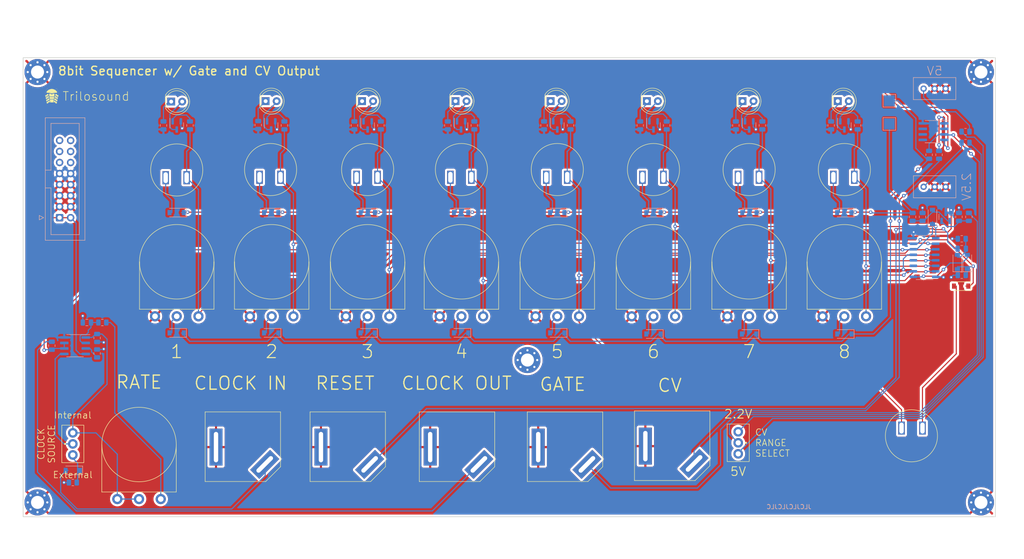
<source format=kicad_pcb>
(kicad_pcb (version 20211014) (generator pcbnew)
  (layers (0 "F.Cu" signal) (31 "B.Cu" signal) (34 "B.Paste" user) (35 "F.Paste" user) (36 "B.SilkS" user "B.Silkscreen") (37 "F.SilkS" user "F.Silkscreen") (38 "B.Mask" user) (39 "F.Mask" user) (44 "Edge.Cuts" user))
  (net 0 "")
  (net 1 "-12V")
  (net 2 "+12V")
  (net 3 "CLOCK_OUT")
  (net 4 "EXT_CLOCK")
  (net 5 "GND")
  (net 6 "CV_OUT")
  (net 7 "GATE_OUT")
  (net 8 "RESET_IN")
  (net 9 "Net-(C1-Pad2)")
  (net 10 "Net-(R1-Pad2)")
  (net 11 "Net-(R2-Pad1)")
  (net 12 "Net-(SW1-Pad2)")
  (net 13 "Net-(D1-Pad1)")
  (net 14 "Net-(D13-Pad2)")
  (net 15 "Net-(C2-Pad2)")
  (net 16 "Net-(D2-Pad1)")
  (net 17 "Net-(D29-Pad2)")
  (net 18 "Net-(D4-Pad1)")
  (net 19 "Net-(D4-Pad2)")
  (net 20 "Net-(D5-Pad1)")
  (net 21 "Net-(D5-Pad2)")
  (net 22 "Net-(D6-Pad1)")
  (net 23 "Net-(D6-Pad2)")
  (net 24 "Net-(D7-Pad1)")
  (net 25 "Net-(D7-Pad2)")
  (net 26 "Net-(D8-Pad1)")
  (net 27 "Net-(D8-Pad2)")
  (net 28 "Net-(D9-Pad1)")
  (net 29 "Net-(D9-Pad2)")
  (net 30 "Net-(D10-Pad1)")
  (net 31 "Net-(D10-Pad2)")
  (net 32 "Net-(D11-Pad1)")
  (net 33 "Net-(D11-Pad2)")
  (net 34 "Net-(Q1-Pad1)")
  (net 35 "Net-(Q2-Pad1)")
  (net 36 "Net-(Q3-Pad1)")
  (net 37 "Net-(Q4-Pad1)")
  (net 38 "Net-(Q5-Pad1)")
  (net 39 "Net-(Q6-Pad1)")
  (net 40 "Net-(Q7-Pad1)")
  (net 41 "Net-(Q8-Pad1)")
  (net 42 "/CLOCK")
  (net 43 "/Q0")
  (net 44 "/Q1")
  (net 45 "/Q2")
  (net 46 "/Q3")
  (net 47 "/Q4")
  (net 48 "/Q5")
  (net 49 "/Q6")
  (net 50 "/Q7")
  (net 51 "/Q8")
  (net 54 "Net-(D12-Pad2)")
  (net 55 "Net-(D13-Pad1)")
  (net 56 "Net-(D21-Pad1)")
  (net 57 "Net-(D14-Pad2)")
  (net 58 "Net-(D15-Pad2)")
  (net 59 "Net-(D16-Pad2)")
  (net 60 "Net-(D17-Pad2)")
  (net 61 "Net-(D18-Pad2)")
  (net 62 "Net-(D19-Pad2)")
  (net 63 "Net-(D20-Pad2)")
  (net 64 "Net-(Q9-Pad2)")
  (net 65 "Net-(D21-Pad2)")
  (net 66 "Net-(D22-Pad2)")
  (net 67 "Net-(D23-Pad2)")
  (net 68 "Net-(D24-Pad2)")
  (net 69 "Net-(D25-Pad2)")
  (net 70 "Net-(D26-Pad2)")
  (net 71 "Net-(D27-Pad2)")
  (net 72 "Net-(D28-Pad2)")
  (net 73 "Net-(R3-Pad1)")
  (net 74 "Net-(R28-Pad2)")
  (net 75 "Net-(R29-Pad1)")
  (net 76 "Net-(R29-Pad2)")
  (net 77 "Net-(R30-Pad1)")
  (net 78 "Net-(R30-Pad2)")
  (net 82 "Net-(R33-Pad1)")
  (footprint "LIBRARY-8-bit-computer:SPST-12mm-PushButton-Vertical" (layer "F.Cu") (at 242.37 81.3735)
    (fp_text reference "SW7" hide)
    (fp_text value "SW_SPST" hide)
  )
  (footprint "LED_THT:LED_D5.0mm" (layer "F.Cu") (at 218.701 76.8015)
    (fp_text reference "D8" hide)
    (fp_text value "LED" hide)
  )
  (footprint "Diode_SMD:D_SOD-123" (layer "F.Cu") (at 313.182 119.38 180)
    (fp_text reference "D29" hide)
    (fp_text value "BAT54J" hide)
  )
  (footprint "LED_THT:LED_D5.0mm" (layer "F.Cu") (at 131.35 76.905)
    (fp_text reference "D4" hide)
    (fp_text value "LED" hide)
  )
  (footprint "Potentiometer_THT:Potentiometer_Omeg_PC16BU_Vertical" (layer "F.Cu") (at 128.952 168.396 90)
    (fp_text reference "RV1" hide)
    (fp_text value "R_Potentiometer_US" hide)
  )
  (footprint "LIBRARY-8-bit-computer:SPST-12mm-PushButton-Vertical" (layer "F.Cu") (at 154.232 81.3735)
    (fp_text reference "SW3" hide)
    (fp_text value "SW_SPST" hide)
  )
  (footprint "LIBRARY-8-bit-computer:SPST-12mm-PushButton-Vertical" (layer "F.Cu") (at 176.572 81.3735)
    (fp_text reference "SW4" hide)
    (fp_text value "SW_SPST" hide)
  )
  (footprint "LED_THT:LED_D5.0mm" (layer "F.Cu") (at 262.86 76.8015)
    (fp_text reference "D10" hide)
    (fp_text value "LED" hide)
  )
  (footprint "Potentiometer_THT:Potentiometer_Omeg_PC16BU_Vertical" (layer "F.Cu") (at 291.3 126.3315 90)
    (fp_text reference "RV9" hide)
    (fp_text value "R_Potentiometer_US" hide)
  )
  (footprint "Potentiometer_THT:Potentiometer_Omeg_PC16BU_Vertical" (layer "F.Cu") (at 247.358 126.3315 90)
    (fp_text reference "RV7" hide)
    (fp_text value "R_Potentiometer_US" hide)
  )
  (footprint "Potentiometer_THT:Potentiometer_Omeg_PC16BU_Vertical" (layer "F.Cu") (at 225.23 126.3315 90)
    (fp_text reference "RV6" hide)
    (fp_text value "R_Potentiometer_US" hide)
  )
  (footprint "LIBRARY-8-bit-computer:SPST-12mm-PushButton-Vertical" (layer "F.Cu") (at 132.63 81.467)
    (fp_text reference "SW2" hide)
    (fp_text value "SW_SPST" hide)
  )
  (footprint "Potentiometer_THT:Potentiometer_Omeg_PC16BU_Vertical" (layer "F.Cu") (at 269.384 126.3315 90)
    (fp_text reference "RV8" hide)
    (fp_text value "R_Potentiometer_US" hide)
  )
  (footprint "Stephenv6:trilobyte-logo-tiny" (layer "F.Cu") (at 103.876 69.726558)
    (fp_text reference "REF**" hide)
    (fp_text value "trilobyte-logo-tiny" hide)
  )
  (footprint "LED_THT:LED_D5.0mm" (layer "F.Cu") (at 153.090143 76.8015)
    (fp_text reference "D5" hide)
    (fp_text value "LED" hide)
  )
  (footprint "Potentiometer_THT:Potentiometer_Omeg_PC16BU_Vertical" (layer "F.Cu") (at 137.63 126.3255 90)
    (fp_text reference "RV2" hide)
    (fp_text value "R_Potentiometer_US" hide)
  )
  (footprint "MountingHole:MountingHole_3mm_Pad_Via" (layer "F.Cu") (at 213.36 136.398)
    (fp_text reference "REF**" hide)
    (fp_text value "MountingHole_3mm_Pad_Via" hide)
  )
  (footprint "LED_THT:LED_D5.0mm" (layer "F.Cu") (at 196.802429 76.8015)
    (fp_text reference "D7" hide)
    (fp_text value "LED" hide)
  )
  (footprint "LIBRARY-8-bit-computer:SPST-12mm-PushButton-Vertical" (layer "F.Cu") (at 264.384 81.3735)
    (fp_text reference "SW8" hide)
    (fp_text value "SW_SPST" hide)
  )
  (footprint "Potentiometer_THT:Potentiometer_Omeg_PC16BU_Vertical" (layer "F.Cu") (at 181.572 126.3315 90)
    (fp_text reference "RV4" hide)
    (fp_text value "R_Potentiometer_US" hide)
  )
  (footprint "LIBRARY-8-bit-computer:SPST-12mm-PushButton-Vertical" (layer "F.Cu") (at 198.162 81.3735)
    (fp_text reference "SW5" hide)
    (fp_text value "SW_SPST" hide)
  )
  (footprint "MountingHole:MountingHole_3mm_Pad_Via" (layer "F.Cu") (at 317.754 70.104)
    (fp_text reference "H1" hide)
    (fp_text value "MountingHole_Pad" hide)
  )
  (footprint "Potentiometer_THT:Potentiometer_Omeg_PC16BU_Vertical" (layer "F.Cu") (at 159.486 126.3315 90)
    (fp_text reference "RV3" hide)
    (fp_text value "R_Potentiometer_US" hide)
  )
  (footprint "LIBRARY-8-bit-computer:SPST-12mm-PushButton-Vertical" (layer "F.Cu") (at 286.312 81.3735)
    (fp_text reference "SW9" hide)
    (fp_text value "SW_SPST" hide)
  )
  (footprint "LED_THT:LED_D5.0mm" (layer "F.Cu") (at 284.788 76.8015)
    (fp_text reference "D11" hide)
    (fp_text value "LED" hide)
  )
  (footprint "LIBRARY-8-bit-computer:SPST-12mm-PushButton-Vertical" (layer "F.Cu") (at 220.23 81.3735)
    (fp_text reference "SW6" hide)
    (fp_text value "SW_SPST" hide)
  )
  (footprint "MountingHole:MountingHole_3mm_Pad_Via" (layer "F.Cu") (at 317.754 169.164)
    (fp_text reference "H4" hide)
    (fp_text value "MountingHole_Pad" hide)
  )
  (footprint "Potentiometer_THT:Potentiometer_Omeg_PC16BU_Vertical" (layer "F.Cu") (at 203.162 126.3315 90)
    (fp_text reference "RV5" hide)
    (fp_text value "R_Potentiometer_US" hide)
  )
  (footprint "LIBRARY-8-bit-computer:SPST-12mm-PushButton-Vertical" (layer "F.Cu") (at 301.752 165.0065 180)
    (fp_text reference "SW11" hide)
    (fp_text value "SW_SPST" hide)
  )
  (footprint "LED_THT:LED_D5.0mm" (layer "F.Cu") (at 240.846 76.8015)
    (fp_text reference "D9" hide)
    (fp_text value "LED" hide)
  )
  (footprint "MountingHole:MountingHole_3mm_Pad_Via" (layer "F.Cu") (at 100.584 70.104)
    (fp_text reference "H2" hide)
    (fp_text value "MountingHole_Pad" hide)
  )
  (footprint "LIBRARY-8-bit-computer:ACJS-MV35-3S-audio-jack" (layer "F.Cu") (at 196.596 155.702)
    (fp_text reference "J1" hide)
    (fp_text value "AudioJack2" hide)
  )
  (footprint "LIBRARY-8-bit-computer:ACJS-MV35-3S-audio-jack" (layer "F.Cu") (at 147.295 155.702)
    (fp_text reference "J4" hide)
    (fp_text value "AudioJack2" hide)
  )
  (footprint "LIBRARY-8-bit-computer:SPDT-vertical-200MSP1T2B1M2QEH" (layer "F.Cu") (at 108.712 155.702 90)
    (fp_text reference "SW1" hide)
    (fp_text value "SW_DPDT_x2" hide)
  )
  (footprint "LED_THT:LED_D5.0mm" (layer "F.Cu") (at 175.297 76.8015)
    (fp_text reference "D6" hide)
    (fp_text value "LED" hide)
  )
  (footprint "LIBRARY-8-bit-computer:ACJS-MV35-3S-audio-jack" (layer "F.Cu") (at 246.126 155.478)
    (fp_text reference "J2" hide)
    (fp_text value "AudioJack2" hide)
  )
  (footprint "LIBRARY-8-bit-computer:ACJS-MV35-3S-audio-jack" (layer "F.Cu") (at 221.463 155.702)
    (fp_text reference "J3" hide)
    (fp_text value "AudioJack2" hide)
  )
  (footprint "MountingHole:MountingHole_3mm_Pad_Via" (layer "F.Cu") (at 100.584 169.164)
    (fp_text reference "H3" hide)
    (fp_text value "MountingHole_Pad" hide)
  )
  (footprint "LIBRARY-8-bit-computer:ACJS-MV35-3S-audio-jack" (layer "F.Cu") (at 171.45 155.702)
    (fp_text reference "J5" hide)
    (fp_text value "AudioJack2" hide)
  )
  (footprint "LIBRARY-8-bit-computer:SPDT-vertical-200MSP1T2B1M2QEH" (layer "F.Cu") (at 261.874 155.448 -90)
    (fp_text reference "SW10" hide)
    (fp_text value "SW_DPDT_x2" hide)
  )
  (footprint "Package_TO_SOT_SMD:SOT-23" (layer "B.Cu") (at 286.312 82.3895 -90)
    (fp_text reference "Q8" hide)
    (fp_text value "2N2222_smd-stephen" hide)
  )
  (footprint "Capacitor_SMD:C_0805_2012Metric" (layer "B.Cu") (at 313.3325 110.772256)
    (fp_text reference "C2" hide)
    (fp_text value "C" hide)
  )
  (footprint "Resistor_SMD:R_0805_2012Metric" (layer "B.Cu") (at 312.687499 103.444513 90)
    (fp_text reference "R25" hide)
    (fp_text value "R_Small_US" hide)
  )
  (footprint "Package_TO_SOT_SMD:SOT-23" (layer "B.Cu") (at 264.384 82.3895 -90)
    (fp_text reference "Q7" hide)
    (fp_text value "2N2222_smd-stephen" hide)
  )
  (footprint "LIBRARY-8-bit-computer:R_0805_2012Metric-10K" (layer "B.Cu") (at 114.3 134.874 -90)
    (fp_text reference "R1" hide)
    (fp_text value "R_Small_US" hide)
  )
  (footprint "Resistor_SMD:R_0805_2012Metric" (layer "B.Cu") (at 314.198 86.36)
    (fp_text reference "R30" hide)
    (fp_text value "R_Small_US" hide)
  )
  (footprint "LIBRARY-8-bit-computer:IDC-Socket-Eurorack_16p_2.54mm" (layer "B.Cu") (at 106.934 94.742 180)
    (fp_text reference "U3" hide)
    (fp_text value "Eurorack_IDE_16P" hide)
  )
  (footprint "Package_SO:SO-16_3.9x9.9mm_P1.27mm" (layer "B.Cu") (at 304.761743 112.804256 180)
    (fp_text reference "U2" hide)
    (fp_text value "4017" hide)
  )
  (footprint "Resistor_SMD:R_0805_2012Metric" (layer "B.Cu") (at 304.305499 103.444513 -90)
    (fp_text reference "R26" hide)
    (fp_text value "R_Small_US" hide)
  )
  (footprint "Diode_SMD:D_SOD-123" (layer "B.Cu") (at 286.290501 102.4555 180)
    (fp_text reference "D20" hide)
    (fp_text value "BAT54J" hide)
  )
  (footprint "Diode_SMD:D_SOD-123" (layer "B.Cu") (at 264.372 130.3955 180)
    (fp_text reference "D27" hide)
    (fp_text value "BAT54J" hide)
  )
  (footprint "Resistor_SMD:R_0805_2012Metric" (layer "B.Cu") (at 313.3325 108.486256)
    (fp_text reference "R6" hide)
    (fp_text value "R_Small_US" hide)
  )
  (footprint "Diode_SMD:D_SOD-123" (layer "B.Cu") (at 154.365143 130.1415 180)
    (fp_text reference "D22" hide)
    (fp_text value "BAT54J" hide)
  )
  (footprint "Diode_SMD:D_SOD-123" (layer "B.Cu") (at 108.712 161.798 180)
    (fp_text reference "D1" hide)
    (fp_text value "BAT54J" hide)
  )
  (footprint "Diode_SMD:D_SOD-123" (layer "B.Cu") (at 264.456 102.4555 180)
    (fp_text reference "D19" hide)
    (fp_text value "BAT54J" hide)
  )
  (footprint "Package_TO_SOT_SMD:SOT-23" (layer "B.Cu") (at 198.077429 82.3895 -90)
    (fp_text reference "Q4" hide)
    (fp_text value "2N2222_smd-stephen" hide)
  )
  (footprint "Resistor_SMD:R_0805_2012Metric" (layer "B.Cu") (at 261.336 82.3895 -90)
    (fp_text reference "R22" hide)
    (fp_text value "R_Small_US" hide)
  )
  (footprint "TestPoint:TestPoint_Pad_2.5x2.5mm" (layer "B.Cu") (at 296.672 76.708 180)
    (fp_text reference "TP1" hide)
    (fp_text value "TestPoint" hide)
  )
  (footprint "LIBRARY-8-bit-computer:R_0805_2012Metric-1K-Gray" (layer "B.Cu") (at 308.102 89.154 -90)
    (fp_text reference "R33" hide)
    (fp_text value "R_Small_US" hide)
  )
  (footprint "Resistor_SMD:R_0805_2012Metric" (layer "B.Cu") (at 283.264 82.3895 -90)
    (fp_text reference "R23" hide)
    (fp_text value "R_Small_US" hide)
  )
  (footprint "Diode_SMD:D_SOD-123" (layer "B.Cu") (at 286.3 130.3955 180)
    (fp_text reference "D28" hide)
    (fp_text value "BAT54J" hide)
  )
  (footprint "Diode_SMD:D_SOD-123" (layer "B.Cu") (at 132.618 102.4555 180)
    (fp_text reference "D13" hide)
    (fp_text value "BAT54J" hide)
  )
  (footprint "Diode_SMD:D_SOD-123" (layer "B.Cu") (at 154.365143 102.4555 180)
    (fp_text reference "D14" hide)
    (fp_text value "BAT54J" hide)
  )
  (footprint "Package_TO_SOT_SMD:SOT-23" (layer "B.Cu") (at 242.37 82.3895 -90)
    (fp_text reference "Q6" hide)
    (fp_text value "2N2222_smd-stephen" hide)
  )
  (footprint "Diode_SMD:D_SOD-123" (layer "B.Cu") (at 132.618 130.1415 180)
    (fp_text reference "D21" hide)
    (fp_text value "BAT54J" hide)
  )
  (footprint "Resistor_SMD:R_0805_2012Metric" (layer "B.Cu") (at 135.678 82.3895 90)
    (fp_text reference "R8" hide)
    (fp_text value "R_Small_US" hide)
  )
  (footprint "Resistor_SMD:R_0805_2012Metric" (layer "B.Cu") (at 289.36 82.3895 90)
    (fp_text reference "R15" hide)
    (fp_text value "R_Small_US" hide)
  )
  (footprint "Diode_SMD:D_SOD-123" (layer "B.Cu") (at 176.596286 102.4555 180)
    (fp_text reference "D15" hide)
    (fp_text value "BAT54J" hide)
  )
  (footprint "Resistor_SMD:R_0805_2012Metric" (layer "B.Cu") (at 151.384 82.296 -90)
    (fp_text reference "R17" hide)
    (fp_text value "R_Small_US" hide)
  )
  (footprint "Package_SO:SOIC-8_3.9x4.9mm_P1.27mm" (layer "B.Cu") (at 306.832 83.82 180)
    (fp_text reference "U4" hide)
    (fp_text value "MC1458" hide)
  )
  (footprint "Resistor_SMD:R_0805_2012Metric" (layer "B.Cu") (at 245.418 82.3895 90)
    (fp_text reference "R13" hide)
    (fp_text value "R_Small_US" hide)
  )
  (footprint "Resistor_SMD:R_0805_2012Metric" (layer "B.Cu") (at 115.504 127.762 180)
    (fp_text reference "R2" hide)
    (fp_text value "R_Small_US" hide)
  )
  (footprint "Diode_SMD:D_SOD-123" (layer "B.Cu") (at 198.077429 102.4555 180)
    (fp_text reference "D16" hide)
    (fp_text value "BAT54J" hide)
  )
  (footprint "Package_TO_SOT_SMD:SOT-23" (layer "B.Cu") (at 309.639499 103.444513 90)
    (fp_text reference "Q9" hide)
    (fp_text value "2N2222_smd-stephen" hide)
  )
  (footprint "Diode_SMD:D_SOD-123" (layer "B.Cu") (at 176.56 130.1415 180)
    (fp_text reference "D23" hide)
    (fp_text value "BAT54J" hide)
  )
  (footprint "Resistor_SMD:R_0805_2012Metric" (layer "B.Cu") (at 179.62 82.3895 90)
    (fp_text reference "R10" hide)
    (fp_text value "R_Small_US" hide)
  )
  (footprint "Resistor_SMD:R_0805_2012Metric" (layer "B.Cu") (at 108.712 164.592 180)
    (fp_text reference "R4" hide)
    (fp_text value "R_Small_US" hide)
  )
  (footprint "Resistor_SMD:R_0805_2012Metric" (layer "B.Cu") (at 129.577 82.3895 -90)
    (fp_text reference "R16" hide)
    (fp_text value "R_Small_US" hide)
  )
  (footprint "Resistor_SMD:R_0805_2012Metric" (layer "B.Cu") (at 314.973499 103.444513 90)
    (fp_text reference "R24" hide)
    (fp_text value "R_Small_US" hide)
  )
  (footprint "Resistor_SMD:R_0805_2012Metric" (layer "B.Cu") (at 217.182 82.3895 -90)
    (fp_text reference "R20" hide)
    (fp_text value "R_Small_US" hide)
  )
  (footprint "Package_TO_SOT_SMD:SOT-23" (layer "B.Cu") (at 220.23 82.3895 -90)
    (fp_text reference "Q5" hide)
    (fp_text value "2N2222_smd-stephen" hide)
  )
  (footprint "Package_TO_SOT_SMD:SOT-23" (layer "B.Cu") (at 132.63 82.3895 -90)
    (fp_text reference "Q1" hide)
    (fp_text value "2N2222_smd-stephen" hide)
  )
  (footprint "Diode_SMD:D_SOD-123" (layer "B.Cu") (at 312.3165 113.820256 90)
    (fp_text reference "D2" hide)
    (fp_text value "BAT54J" hide)
  )
  (footprint "Diode_SMD:D_SOD-123" (layer "B.Cu") (at 242.358 102.4555 180)
    (fp_text reference "D18" hide)
    (fp_text value "BAT54J" hide)
  )
  (footprint "LIBRARY-8-bit-computer:R_0805_2012Metric-10K" (layer "B.Cu") (at 114.3 131.318 -90)
    (fp_text reference "R3" hide)
    (fp_text value "R_Small_US" hide)
  )
  (footprint "Resistor_SMD:R_0805_2012Metric" (layer "B.Cu") (at 267.432 82.3895 90)
    (fp_text reference "R14" hide)
    (fp_text value "R_Small_US" hide)
  )
  (footprint "Resistor_SMD:R_0805_2012Metric" (layer "B.Cu") (at 201.125429 82.3895 90)
    (fp_text reference "R11" hide)
    (fp_text value "R_Small_US" hide)
  )
  (footprint "Diode_SMD:D_SOD-123" (layer "B.Cu") (at 220.218 130.1415 180)
    (fp_text reference "D25" hide)
    (fp_text value "BAT54J" hide)
  )
  (footprint "Diode_SMD:D_SOD-123" (layer "B.Cu") (at 220.218 102.4555 180)
    (fp_text reference "D17" hide)
    (fp_text value "BAT54J" hide)
  )
  (footprint "Capacitor_SMD:C_0805_2012Metric" (layer "B.Cu") (at 111.948 127.762)
    (fp_text reference "C1" hide)
    (fp_text value "C" hide)
  )
  (footprint "Resistor_SMD:R_0805_2012Metric" (layer "B.Cu") (at 173.524 82.3895 -90)
    (fp_text reference "R18" hide)
    (fp_text value "R_Small_US" hide)
  )
  (footprint "Package_SO:SOIC-8_3.9x4.9mm_P1.27mm" (layer "B.Cu") (at 109.215 133.096 180)
    (fp_text reference "U1" hide)
    (fp_text value "MC1458" hide)
  )
  (footprint "Resistor_SMD:R_0805_2012Metric" (layer "B.Cu") (at 314.198 83.82 180)
    (fp_text reference "R29" hide)
    (fp_text value "R_Small_US" hide)
  )
  (footprint "Resistor_SMD:R_0805_2012Metric" (layer "B.Cu") (at 103.881 133.096 90)
    (fp_text reference "R5" hide)
    (fp_text value "R_Small_US" hide)
  )
  (footprint "Resistor_SMD:R_0805_2012Metric" (layer "B.Cu") (at 305.816 89.154 90)
    (fp_text reference "R28" hide)
    (fp_text value "R_Small_US" hide)
  )
  (footprint "Potentiometer_THT:Potentiometer_Bourns_3296W_Vertical" (layer "B.Cu") (at 309.626 73.914)
    (fp_text reference "RV10" hide)
    (fp_text value "R_Potentiometer_US" hide)
  )
  (footprint "Resistor_SMD:R_0805_2012Metric" (layer "B.Cu") (at 195.029429 82.3895 -90)
    (fp_text reference "R19" hide)
    (fp_text value "R_Small_US" hide)
  )
  (footprint "Resistor_SMD:R_0805_2012Metric" (layer "B.Cu") (at 157.408143 82.3895 90)
    (fp_text reference "R9" hide)
    (fp_text value "R_Small_US" hide)
  )
  (footprint "TestPoint:TestPoint_Pad_2.5x2.5mm" (layer "B.Cu") (at 296.672 82.042 180)
    (fp_text reference "TP2" hide)
    (fp_text value "TestPoint" hide)
  )
  (footprint "Potentiometer_THT:Potentiometer_Bourns_3296W_Vertical" (layer "B.Cu") (at 309.636 96.52)
    (fp_text reference "RV11" hide)
    (fp_text value "R_Potentiometer_US" hide)
  )
  (footprint "Diode_SMD:D_SOD-123" (layer "B.Cu") (at 314.6025 113.820256 90)
    (fp_text reference "D3" hide)
    (fp_text value "BAT54J" hide)
  )
  (footprint "Diode_SMD:D_SOD-123" (layer "B.Cu") (at 306.591499 103.444513 90)
    (fp_text reference "D12" hide)
    (fp_text value "BAT54J" hide)
  )
  (footprint "Package_TO_SOT_SMD:SOT-23" (layer "B.Cu") (at 154.360143 82.3895 -90)
    (fp_text reference "Q2" hide)
    (fp_text value "2N2222_smd-stephen" hide)
  )
  (footprint "Resistor_SMD:R_0805_2012Metric" (layer "B.Cu") (at 223.278 82.3895 90)
    (fp_text reference "R12" hide)
    (fp_text value "R_Small_US" hide)
  )
  (footprint "Resistor_SMD:R_0805_2012Metric" (layer "B.Cu") (at 239.322 82.3895 -90)
    (fp_text reference "R21" hide)
    (fp_text value "R_Small_US" hide)
  )
  (footprint "Resistor_SMD:R_0805_2012Metric" (layer "B.Cu") (at 302.019499 103.444513 90)
    (fp_text reference "R27" hide)
    (fp_text value "R_Small_US" hide)
  )
  (footprint "Diode_SMD:D_SOD-123" (layer "B.Cu") (at 198.077429 130.1415 180)
    (fp_text reference "D24" hide)
    (fp_text value "BAT54J" hide)
  )
  (footprint "Package_TO_SOT_SMD:SOT-23" (layer "B.Cu") (at 176.572 82.3895 -90)
    (fp_text reference "Q3" hide)
    (fp_text value "2N2222_smd-stephen" hide)
  )
  (footprint "Diode_SMD:D_SOD-123" (layer "B.Cu") (at 242.358 130.3955 180)
    (fp_text reference "D26" hide)
    (fp_text value "BAT54J" hide)
  )
  (footprint "Resistor_SMD:R_0805_2012Metric" (layer "B.Cu") (at 313.3325 116.868256)
    (fp_text reference "R7" hide)
    (fp_text value "R_Small_US" hide)
  )
  (gr_rect (start 97.282 66.802) (end 321.056 172.466) (layer "Edge.Cuts") (width 0.15) (fill none))
  (gr_text "5V" (at 307.086 69.85) (layer "B.SilkS") (effects (font (size 2 2)) (justify mirror)))
  (gr_text "2.5V" (at 314.452 96.52 90) (layer "B.SilkS") (effects (font (size 2 2)) (justify mirror)))
  (gr_text "JLCJLCJLCJLC" (at 273.558 170.18) (layer "B.SilkS") (effects (font (size 1 1)) (justify mirror)))
  (gr_text "2" (at 154.474 134.4595) (layer "F.SilkS") (effects (font (size 3 3) (thickness 0.25))))
  (gr_text "GATE" (at 221.465338 141.986) (layer "F.SilkS") (effects (font (size 3 3) (thickness 0.3))))
  (gr_text "1" (at 132.618 134.4595) (layer "F.SilkS") (effects (font (size 3 3) (thickness 0.25))))
  (gr_text "CV" (at 246.126 142.24) (layer "F.SilkS") (effects (font (size 3 3) (thickness 0.3))))
  (gr_text "5" (at 220.218 134.4595) (layer "F.SilkS") (effects (font (size 3 3) (thickness 0.25))))
  (gr_text "8" (at 286.312 134.4595) (layer "F.SilkS") (effects (font (size 3 3) (thickness 0.25))))
  (gr_text "Internal" (at 108.712 149.098) (layer "F.SilkS") (effects (font (size 1.5 1.5))))
  (gr_text "CLOCK IN" (at 147.32 141.732) (layer "F.SilkS") (effects (font (size 3 3) (thickness 0.3))))
  (gr_text "8bit Sequencer w/ Gate and CV Output" (at 105.156 69.85) (layer "F.SilkS") (effects (font (size 2 2) (thickness 0.3)) (justify left)))
  (gr_text "4" (at 198.162 134.4595) (layer "F.SilkS") (effects (font (size 3 3) (thickness 0.25))))
  (gr_text "3" (at 176.56 134.4595) (layer "F.SilkS") (effects (font (size 3 3) (thickness 0.25))))
  (gr_text "RESET" (at 171.382002 141.732) (layer "F.SilkS") (effects (font (size 3 3) (thickness 0.3))))
  (gr_text "CLOCK\nSOURCE" (at 102.616 155.702 90) (layer "F.SilkS") (effects (font (size 1.5 1.5))))
  (gr_text "7" (at 264.384 134.4595) (layer "F.SilkS") (effects (font (size 3 3) (thickness 0.25))))
  (gr_text "5V" (at 261.874 162.052) (layer "F.SilkS") (effects (font (size 2 2) (thickness 0.2))))
  (gr_text "RATE" (at 123.952 141.478) (layer "F.SilkS") (effects (font (size 3 3) (thickness 0.3))))
  (gr_text "External" (at 108.712 162.814) (layer "F.SilkS") (effects (font (size 1.5 1.5))))
  (gr_text "2.2V" (at 261.874 148.844) (layer "F.SilkS") (effects (font (size 2 2) (thickness 0.2))))
  (gr_text "Trilosound" (at 114.046 75.692) (layer "F.SilkS") (effects (font (size 2 2))))
  (gr_text "6" (at 242.37 134.4595) (layer "F.SilkS") (effects (font (size 3 3) (thickness 0.25))))
  (gr_text "CLOCK OUT" (at 197.05867 141.732) (layer "F.SilkS") (effects (font (size 3 3) (thickness 0.3))))
  (gr_text "CV\nRANGE\nSELECT" (at 265.684 155.448) (layer "F.SilkS") (effects (font (size 1.5 1.5)) (justify left)))
  (segment (start 121.666 80.264) (end 106.172 80.264) (width 0.25) (layer "F.Cu") (net 1))
  (segment (start 103.886 103.632) (end 105.664 103.632) (width 0.25) (layer "F.Cu") (net 1))
  (segment (start 102.108 101.854) (end 103.886 103.632) (width 0.25) (layer "F.Cu") (net 1))
  (segment (start 292.608 71.882) (end 130.048 71.882) (width 0.25) (layer "F.Cu") (net 1))
  (segment (start 106.172 80.264) (end 102.108 84.328) (width 0.25) (layer "F.Cu") (net 1))
  (segment (start 310.134 80.264) (end 308.102 78.232) (width 0.25) (layer "F.Cu") (net 1))
  (segment (start 130.048 71.882) (end 121.666 80.264) (width 0.25) (layer "F.Cu") (net 1))
  (segment (start 105.664 103.632) (end 108.204 103.632) (width 0.25) (layer "F.Cu") (net 1))
  (segment (start 102.108 84.328) (end 102.108 101.854) (width 0.25) (layer "F.Cu") (net 1))
  (segment (start 310.134 87.63) (end 310.134 80.264) (width 0.25) (layer "F.Cu") (net 1))
  (segment (start 298.958 78.232) (end 292.608 71.882) (width 0.25) (layer "F.Cu") (net 1))
  (segment (start 308.102 78.232) (end 298.958 78.232) (width 0.25) (layer "F.Cu") (net 1))
  (via (at 310.134 87.63) (size 0.8) (drill 0.4) (layers "F.Cu" "B.Cu") (net 1))
  (segment (start 309.307 86.803) (end 310.134 87.63) (width 0.25) (layer "B.Cu") (net 1))
  (segment (start 110.363 135.001) (end 109.474 134.112) (width 0.25) (layer "B.Cu") (net 1))
  (segment (start 109.474 134.112) (end 109.474 104.902) (width 0.25) (layer "B.Cu") (net 1))
  (segment (start 111.69 135.001) (end 110.363 135.001) (width 0.25) (layer "B.Cu") (net 1))
  (segment (start 309.307 85.725) (end 309.307 86.803) (width 0.25) (layer "B.Cu") (net 1))
  (segment (start 109.474 104.902) (end 108.204 103.632) (width 0.25) (layer "B.Cu") (net 1))
  (segment (start 310.134 106.934) (end 302.26 106.934) (width 0.25) (layer "F.Cu") (net 2))
  (segment (start 310.896 101.854) (end 310.896 106.172) (width 0.25) (layer "F.Cu") (net 2))
  (segment (start 310.134 106.934) (end 310.896 106.172) (width 0.25) (layer "F.Cu") (net 2))
  (via (at 310.896 101.854) (size 0.8) (drill 0.4) (layers "F.Cu" "B.Cu") (net 2))
  (via (at 302.26 106.934) (size 0.8) (drill 0.4) (layers "F.Cu" "B.Cu") (net 2))
  (segment (start 302.26 106.934) (end 302.26 108.285999) (width 0.25) (layer "B.Cu") (net 2))
  (segment (start 310.242987 102.507013) (end 310.896 101.854) (width 0.25) (layer "B.Cu") (net 2))
  (segment (start 309.639499 102.507013) (end 310.242987 102.507013) (width 0.25) (layer "B.Cu") (net 2))
  (segment (start 109.541807 171.137511) (end 191.460489 171.137511) (width 0.25) (layer "B.Cu") (net 3))
  (segment (start 100.584 162.179704) (end 109.541807 171.137511) (width 0.25) (layer "B.Cu") (net 3))
  (segment (start 191.460489 171.137511) (end 202.181 160.417) (width 0.25) (layer "B.Cu") (net 3))
  (segment (start 100.584 134.112) (end 100.584 162.179704) (width 0.25) (layer "B.Cu") (net 3))
  (segment (start 103.881 132.1835) (end 102.5125 132.1835) (width 0.25) (layer "B.Cu") (net 3))
  (segment (start 102.5125 132.1835) (end 100.584 134.112) (width 0.25) (layer "B.Cu") (net 3))
  (segment (start 152.995666 162.980334) (end 152.995666 160.417) (width 0.25) (layer "B.Cu") (net 4))
  (segment (start 145.288 170.688) (end 152.995666 162.980334) (width 0.25) (layer "B.Cu") (net 4))
  (segment (start 107.188 161.798) (end 105.918 163.068) (width 0.25) (layer "B.Cu") (net 4))
  (segment (start 107.612 161.798) (end 107.188 161.798) (width 0.25) (layer "B.Cu") (net 4))
  (segment (start 105.918 163.068) (end 105.918 166.878) (width 0.25) (layer "B.Cu") (net 4))
  (segment (start 109.728 170.688) (end 145.288 170.688) (width 0.25) (layer "B.Cu") (net 4))
  (segment (start 105.918 166.878) (end 109.728 170.688) (width 0.25) (layer "B.Cu") (net 4))
  (via (at 115.824 133.858) (size 0.8) (drill 0.4) (layers "F.Cu" "B.Cu") (net 5))
  (via (at 311.15 108.458) (size 0.8) (drill 0.4) (layers "F.Cu" "B.Cu") (net 5))
  (via (at 106.68 164.592) (size 0.8) (drill 0.4) (layers "F.Cu" "B.Cu") (net 5))
  (via (at 287.782 83.312) (size 0.8) (drill 0.4) (layers "F.Cu" "B.Cu") (net 5))
  (via (at 312.674 101.346) (size 0.8) (drill 0.4) (layers "F.Cu" "B.Cu") (net 5))
  (via (at 178.054 83.312) (size 0.8) (drill 0.4) (layers "F.Cu" "B.Cu") (net 5))
  (via (at 304.292 101.346) (size 0.8) (drill 0.4) (layers "F.Cu" "B.Cu") (net 5))
  (via (at 155.702 83.312) (size 0.8) (drill 0.4) (layers "F.Cu" "B.Cu") (net 5))
  (via (at 115.824 132.334) (size 0.8) (drill 0.4) (layers "F.Cu" "B.Cu") (net 5))
  (via (at 310.896 117.348) (size 0.8) (drill 0.4) (layers "F.Cu" "B.Cu") (net 5))
  (via (at 133.858 83.058) (size 0.8) (drill 0.4) (layers "F.Cu" "B.Cu") (net 5))
  (via (at 221.488 83.312) (size 0.8) (drill 0.4) (layers "F.Cu" "B.Cu") (net 5))
  (via (at 243.84 83.312) (size 0.8) (drill 0.4) (layers "F.Cu" "B.Cu") (net 5))
  (via (at 199.39 83.312) (size 0.8) (drill 0.4) (layers "F.Cu" "B.Cu") (net 5))
  (via (at 299.893667 115.5325) (size 0.8) (drill 0.4) (layers "F.Cu" "B.Cu") (net 5))
  (via (at 309.118 117.348) (size 0.8) (drill 0.4) (layers "F.Cu" "B.Cu") (net 5))
  (via (at 265.938 83.312) (size 0.8) (drill 0.4) (layers "F.Cu" "B.Cu") (net 5))
  (via (at 110.998 126.238) (size 0.8) (drill 0.4) (layers "F.Cu" "B.Cu") (net 5))
  (segment (start 302.186743 112.169256) (end 300.834744 112.169256) (width 0.25) (layer "B.Cu") (net 5))
  (segment (start 243.32 82.792) (end 243.84 83.312) (width 0.25) (layer "B.Cu") (net 5))
  (segment (start 177.522 82.78) (end 178.054 83.312) (width 0.25) (layer "B.Cu") (net 5))
  (segment (start 155.310143 82.920143) (end 155.702 83.312) (width 0.25) (layer "B.Cu") (net 5))
  (segment (start 311.375744 116.868256) (end 310.896 117.348) (width 0.25) (layer "B.Cu") (net 5))
  (segment (start 287.262 82.792) (end 287.782 83.312) (width 0.25) (layer "B.Cu") (net 5))
  (segment (start 155.310143 81.452) (end 155.310143 82.920143) (width 0.25) (layer "B.Cu") (net 5))
  (segment (start 304.305499 101.359499) (end 304.292 101.346) (width 0.25) (layer "B.Cu") (net 5))
  (segment (start 199.027429 81.452) (end 199.027429 82.949429) (width 0.25) (layer "B.Cu") (net 5))
  (segment (start 265.334 82.708) (end 265.938 83.312) (width 0.25) (layer "B.Cu") (net 5))
  (segment (start 199.027429 82.949429) (end 199.39 83.312) (width 0.25) (layer "B.Cu") (net 5))
  (segment (start 307.336743 117.249256) (end 309.019256 117.249256) (width 0.25) (layer "B.Cu") (net 5))
  (segment (start 221.18 83.004) (end 221.488 83.312) (width 0.25) (layer "B.Cu") (net 5))
  (segment (start 110.998 127.762) (end 110.998 126.238) (width 0.25) (layer "B.Cu") (net 5))
  (segment (start 312.687499 102.532013) (end 312.687499 101.359499) (width 0.25) (layer "B.Cu") (net 5))
  (segment (start 177.522 81.452) (end 177.522 82.78) (width 0.25) (layer "B.Cu") (net 5))
  (segment (start 300.834744 112.169256) (end 299.893667 113.110333) (width 0.25) (layer "B.Cu") (net 5))
  (segment (start 114.3 132.2305) (end 115.7205 132.2305) (width 0.25) (layer "B.Cu") (net 5))
  (segment (start 265.334 81.452) (end 265.334 82.708) (width 0.25) (layer "B.Cu") (net 5))
  (segment (start 311.178256 108.486256) (end 311.15 108.458) (width 0.25) (layer "B.Cu") (net 5))
  (segment (start 133.58 81.452) (end 133.58 82.78) (width 0.25) (layer "B.Cu") (net 5))
  (segment (start 221.18 81.452) (end 221.18 83.004) (width 0.25) (layer "B.Cu") (net 5))
  (segment (start 304.305499 102.532013) (end 304.305499 101.359499) (width 0.25) (layer "B.Cu") (net 5))
  (segment (start 299.893667 113.110333) (end 299.893667 115.5325) (width 0.25) (layer "B.Cu") (net 5))
  (segment (start 287.262 81.452) (end 287.262 82.792) (width 0.25) (layer "B.Cu") (net 5))
  (segment (start 115.7205 133.9615) (end 115.824 133.858) (width 0.25) (layer "B.Cu") (net 5))
  (segment (start 312.42 108.486256) (end 311.178256 108.486256) (width 0.25) (layer "B.Cu") (net 5))
  (segment (start 312.42 116.868256) (end 311.375744 116.868256) (width 0.25) (layer "B.Cu") (net 5))
  (segment (start 309.019256 117.249256) (end 309.118 117.348) (width 0.25) (layer "B.Cu") (net 5))
  (segment (start 133.58 82.78) (end 133.858 83.058) (width 0.25) (layer "B.Cu") (net 5))
  (segment (start 243.32 81.452) (end 243.32 82.792) (width 0.25) (layer "B.Cu") (net 5))
  (segment (start 115.7205 132.2305) (end 115.824 132.334) (width 0.25) (layer "B.Cu") (net 5))
  (segment (start 312.687499 101.359499) (end 312.674 101.346) (width 0.25) (layer "B.Cu") (net 5))
  (segment (start 114.3 133.9615) (end 115.7205 133.9615) (width 0.25) (layer "B.Cu") (net 5))
  (segment (start 107.7995 164.592) (end 106.68 164.592) (width 0.25) (layer "B.Cu") (net 5))
  (segment (start 298.958 99.568) (end 298.958 104.394) (width 0.25) (layer "F.Cu") (net 6))
  (segment (start 299.974 98.552) (end 298.958 99.568) (width 0.25) (layer "F.Cu") (net 6))
  (via (at 298.958 104.394) (size 0.8) (drill 0.4) (layers "F.Cu" "B.Cu") (net 6))
  (via (at 299.974 98.552) (size 0.8) (drill 0.4) (layers "F.Cu" "B.Cu") (net 6))
  (segment (start 251.710994 157.334573) (end 251.710994 160.163) (width 0.25) (layer "B.Cu") (net 6))
  (segment (start 300.228 98.552) (end 299.974 98.552) (width 0.25) (layer "B.Cu") (net 6))
  (segment (start 308.102 90.0665) (end 308.102 90.678) (width 0.25) (layer "B.Cu") (net 6))
  (segment (start 260.983609 148.061958) (end 251.710994 157.334573) (width 0.25) (layer "B.Cu") (net 6))
  (segment (start 298.958 140.335704) (end 291.231746 148.061958) (width 0.25) (layer "B.Cu") (net 6))
  (segment (start 300.228 98.552) (end 308.102 90.678) (width 0.25) (layer "B.Cu") (net 6))
  (segment (start 291.231746 148.061958) (end 260.983609 148.061958) (width 0.25) (layer "B.Cu") (net 6))
  (segment (start 298.958 104.394) (end 298.958 140.335704) (width 0.25) (layer "B.Cu") (net 6))
  (segment (start 257.81 160.528) (end 252.476 165.862) (width 0.25) (layer "B.Cu") (net 7))
  (segment (start 316.913467 135.206533) (end 303.608533 148.511467) (width 0.25) (layer "B.Cu") (net 7))
  (segment (start 316.913467 104.471981) (end 316.913467 135.206533) (width 0.25) (layer "B.Cu") (net 7))
  (segment (start 303.608533 148.511467) (end 261.698533 148.511467) (width 0.25) (layer "B.Cu") (net 7))
  (segment (start 257.81 152.4) (end 257.81 160.528) (width 0.25) (layer "B.Cu") (net 7))
  (segment (start 261.698533 148.511467) (end 257.81 152.4) (width 0.25) (layer "B.Cu") (net 7))
  (segment (start 314.973499 102.532013) (end 316.913467 104.471981) (width 0.25) (layer "B.Cu") (net 7))
  (segment (start 232.518 165.862) (end 227.073 160.417) (width 0.25) (layer "B.Cu") (net 7))
  (segment (start 252.476 165.862) (end 232.518 165.862) (width 0.25) (layer "B.Cu") (net 7))
  (segment (start 309.118 106.172) (end 308.901499 106.388501) (width 0.25) (layer "F.Cu") (net 8))
  (segment (start 298.4125 106.172) (end 298.196 106.3885) (width 0.25) (layer "F.Cu") (net 8))
  (segment (start 306.8234 106.172) (end 298.4125 106.172) (width 0.25) (layer "F.Cu") (net 8))
  (segment (start 308.901499 106.388501) (end 307.039901 106.388501) (width 0.25) (layer "F.Cu") (net 8))
  (segment (start 307.039901 106.388501) (end 306.8234 106.172) (width 0.25) (layer "F.Cu") (net 8))
  (via (at 309.118 106.172) (size 0.8) (drill 0.4) (layers "F.Cu" "B.Cu") (net 8))
  (via (at 298.196 106.3885) (size 0.8) (drill 0.4) (layers "F.Cu" "B.Cu") (net 8))
  (segment (start 190.132 147.574) (end 291.084 147.574) (width 0.25) (layer "B.Cu") (net 8))
  (segment (start 177.289 160.417) (end 190.132 147.574) (width 0.25) (layer "B.Cu") (net 8))
  (segment (start 311.621013 110.772256) (end 312.3825 110.772256) (width 0.25) (layer "B.Cu") (net 8))
  (segment (start 310.096501 107.150501) (end 310.096501 109.182501) (width 0.25) (layer "B.Cu") (net 8))
  (segment (start 298.196 140.462) (end 298.196 106.3885) (width 0.25) (layer "B.Cu") (net 8))
  (segment (start 310.096501 109.182501) (end 311.658 110.744) (width 0.25) (layer "B.Cu") (net 8))
  (segment (start 291.084 147.574) (end 298.196 140.462) (width 0.25) (layer "B.Cu") (net 8))
  (segment (start 309.118 106.172) (end 310.096501 107.150501) (width 0.25) (layer "B.Cu") (net 8))
  (segment (start 111.74952 130.56648) (end 110.668448 130.56648) (width 0.25) (layer "B.Cu") (net 9))
  (segment (start 112.898 127.762) (end 114.5915 127.762) (width 0.25) (layer "B.Cu") (net 9))
  (segment (start 110.39048 130.844448) (end 110.39048 131.98048) (width 0.25) (layer "B.Cu") (net 9))
  (segment (start 110.668448 130.56648) (end 110.39048 130.844448) (width 0.25) (layer "B.Cu") (net 9))
  (segment (start 112.268 129.54) (end 112.268 130.048) (width 0.25) (layer "B.Cu") (net 9))
  (segment (start 112.898 127.762) (end 112.898 128.91) (width 0.25) (layer "B.Cu") (net 9))
  (segment (start 110.39048 131.98048) (end 110.871 132.461) (width 0.25) (layer "B.Cu") (net 9))
  (segment (start 112.898 128.91) (end 112.268 129.54) (width 0.25) (layer "B.Cu") (net 9))
  (segment (start 112.268 130.048) (end 111.74952 130.56648) (width 0.25) (layer "B.Cu") (net 9))
  (segment (start 112.649 133.731) (end 111.69 133.731) (width 0.25) (layer "B.Cu") (net 10))
  (segment (start 113.03 134.112) (end 112.649 133.731) (width 0.25) (layer "B.Cu") (net 10))
  (segment (start 114.3 135.7865) (end 113.03 134.5165) (width 0.25) (layer "B.Cu") (net 10))
  (segment (start 113.03 134.5165) (end 113.03 134.112) (width 0.25) (layer "B.Cu") (net 10))
  (segment (start 118.364 128.778) (end 118.364 148.59) (width 0.25) (layer "B.Cu") (net 11))
  (segment (start 116.4165 127.762) (end 117.348 127.762) (width 0.25) (layer "B.Cu") (net 11))
  (segment (start 128.952 159.178) (end 128.952 168.396) (width 0.25) (layer "B.Cu") (net 11))
  (segment (start 117.348 127.762) (end 118.364 128.778) (width 0.25) (layer "B.Cu") (net 11))
  (segment (start 118.364 148.59) (end 128.952 159.178) (width 0.25) (layer "B.Cu") (net 11))
  (segment (start 105.791 135.001) (end 106.74 135.001) (width 0.25) (layer "B.Cu") (net 12))
  (segment (start 106.68 155.702) (end 104.648 153.67) (width 0.25) (layer "B.Cu") (net 12))
  (segment (start 108.712 155.702) (end 106.68 155.702) (width 0.25) (layer "B.Cu") (net 12))
  (segment (start 104.648 136.144) (end 105.791 135.001) (width 0.25) (layer "B.Cu") (net 12))
  (segment (start 104.648 153.67) (end 104.648 136.144) (width 0.25) (layer "B.Cu") (net 12))
  (segment (start 109.812 164.4045) (end 109.812 161.798) (width 0.25) (layer "B.Cu") (net 13))
  (segment (start 109.812 160.104) (end 109.812 161.798) (width 0.25) (layer "B.Cu") (net 13))
  (segment (start 108.712 159.004) (end 109.812 160.104) (width 0.25) (layer "B.Cu") (net 13))
  (segment (start 131.518 102.4555) (end 131.518 99.641) (width 0.25) (layer "B.Cu") (net 14))
  (segment (start 131.518 99.641) (end 130.09 98.213) (width 0.25) (layer "B.Cu") (net 14))
  (segment (start 130.09 98.213) (end 130.09 94.421) (width 0.25) (layer "B.Cu") (net 14))
  (segment (start 312.3165 112.720256) (end 312.983744 112.720256) (width 0.25) (layer "B.Cu") (net 15))
  (segment (start 312.983744 112.720256) (end 314.2825 111.4215) (width 0.25) (layer "B.Cu") (net 15))
  (segment (start 314.2825 111.4215) (end 314.2825 110.772256) (width 0.25) (layer "B.Cu") (net 15))
  (segment (start 314.245 108.486256) (end 314.245 110.734756) (width 0.25) (layer "B.Cu") (net 15))
  (segment (start 315.976 118.618) (end 315.976 114.808) (width 0.25) (layer "F.Cu") (net 16))
  (segment (start 315.214 119.38) (end 315.976 118.618) (width 0.25) (layer "F.Cu") (net 16))
  (segment (start 303.784 108.712) (end 309.88 108.712) (width 0.25) (layer "F.Cu") (net 16))
  (segment (start 315.976 114.808) (end 309.88 108.712) (width 0.25) (layer "F.Cu") (net 16))
  (segment (start 314.282 119.38) (end 315.214 119.38) (width 0.25) (layer "F.Cu") (net 16))
  (via (at 315.976 114.808) (size 0.8) (drill 0.4) (layers "F.Cu" "B.Cu") (net 16))
  (via (at 303.784 108.712) (size 0.8) (drill 0.4) (layers "F.Cu" "B.Cu") (net 16))
  (segment (start 314.6025 114.920256) (end 314.6025 116.510756) (width 0.25) (layer "B.Cu") (net 16))
  (segment (start 314.6025 114.920256) (end 315.863744 114.920256) (width 0.25) (layer "B.Cu") (net 16))
  (segment (start 303.784 108.712) (end 303.784 108.966) (width 0.25) (layer "B.Cu") (net 16))
  (segment (start 303.784 108.966) (end 303.120744 109.629256) (width 0.25) (layer "B.Cu") (net 16))
  (segment (start 315.863744 114.920256) (end 315.976 114.808) (width 0.25) (layer "B.Cu") (net 16))
  (segment (start 312.3165 114.920256) (end 314.6025 114.920256) (width 0.25) (layer "B.Cu") (net 16))
  (segment (start 303.120744 109.629256) (end 302.186743 109.629256) (width 0.25) (layer "B.Cu") (net 16))
  (segment (start 312.082 134.958) (end 312.082 119.38) (width 0.25) (layer "F.Cu") (net 17))
  (segment (start 304.292 152.0525) (end 304.292 142.748) (width 0.25) (layer "F.Cu") (net 17))
  (segment (start 304.292 142.748) (end 312.082 134.958) (width 0.25) (layer "F.Cu") (net 17))
  (segment (start 129.577 81.477) (end 129.577 78.1825) (width 0.25) (layer "B.Cu") (net 18))
  (segment (start 129.577 78.1825) (end 130.8545 76.905) (width 0.25) (layer "B.Cu") (net 18))
  (segment (start 132.63 83.327) (end 131.587 83.327) (width 0.25) (layer "B.Cu") (net 19))
  (segment (start 131.05548 82.236052) (end 131.05548 79.76452) (width 0.25) (layer "B.Cu") (net 19))
  (segment (start 131.587 83.327) (end 131.064 82.804) (width 0.25) (layer "B.Cu") (net 19))
  (segment (start 131.318 79.502) (end 131.318 79.477) (width 0.25) (layer "B.Cu") (net 19))
  (segment (start 131.064 82.804) (end 131.064 82.244572) (width 0.25) (layer "B.Cu") (net 19))
  (segment (start 131.05548 79.76452) (end 131.318 79.502) (width 0.25) (layer "B.Cu") (net 19))
  (segment (start 131.064 82.244572) (end 131.05548 82.236052) (width 0.25) (layer "B.Cu") (net 19))
  (segment (start 131.318 79.477) (end 133.89 76.905) (width 0.25) (layer "B.Cu") (net 19))
  (segment (start 151.384 81.3835) (end 151.384 78.507643) (width 0.25) (layer "B.Cu") (net 20))
  (segment (start 151.384 78.507643) (end 153.090143 76.8015) (width 0.25) (layer "B.Cu") (net 20))
  (segment (start 154.360143 83.327) (end 153.431 83.327) (width 0.25) (layer "B.Cu") (net 21))
  (segment (start 152.654 82.55) (end 152.654 80.01) (width 0.25) (layer "B.Cu") (net 21))
  (segment (start 153.431 83.327) (end 152.654 82.55) (width 0.25) (layer "B.Cu") (net 21))
  (segment (start 152.654 80.01) (end 155.630143 77.033857) (width 0.25) (layer "B.Cu") (net 21))
  (segment (start 173.524 78.5745) (end 175.297 76.8015) (width 0.25) (layer "B.Cu") (net 22))
  (segment (start 173.524 81.477) (end 173.524 78.5745) (width 0.25) (layer "B.Cu") (net 22))
  (segment (start 176.572 83.327) (end 175.529 83.327) (width 0.25) (layer "B.Cu") (net 23))
  (segment (start 174.752 82.55) (end 174.752 80.264) (width 0.25) (layer "B.Cu") (net 23))
  (segment (start 174.752 80.264) (end 177.837 77.179) (width 0.25) (layer "B.Cu") (net 23))
  (segment (start 175.529 83.327) (end 174.752 82.55) (width 0.25) (layer "B.Cu") (net 23))
  (segment (start 195.029429 81.477) (end 195.029429 79.290571) (width 0.25) (layer "B.Cu") (net 24))
  (segment (start 195.029429 79.290571) (end 196.802429 77.517571) (width 0.25) (layer "B.Cu") (net 24))
  (segment (start 196.342 82.55) (end 196.342 80.264) (width 0.25) (layer "B.Cu") (net 25))
  (segment (start 198.077429 83.327) (end 197.119 83.327) (width 0.25) (layer "B.Cu") (net 25))
  (segment (start 196.342 80.264) (end 199.342429 77.263571) (width 0.25) (layer "B.Cu") (net 25))
  (segment (start 197.119 83.327) (end 196.342 82.55) (width 0.25) (layer "B.Cu") (net 25))
  (segment (start 217.182 78.728) (end 218.701 77.209) (width 0.25) (layer "B.Cu") (net 26))
  (segment (start 217.182 81.477) (end 217.182 78.728) (width 0.25) (layer "B.Cu") (net 26))
  (segment (start 221.241 76.8015) (end 218.44 79.6025) (width 0.25) (layer "B.Cu") (net 27))
  (segment (start 218.44 79.6025) (end 218.44 82.55) (width 0.25) (layer "B.Cu") (net 27))
  (segment (start 218.44 82.55) (end 219.217 83.327) (width 0.25) (layer "B.Cu") (net 27))
  (segment (start 219.217 83.327) (end 220.23 83.327) (width 0.25) (layer "B.Cu") (net 27))
  (segment (start 239.322 78.94) (end 240.846 77.416) (width 0.25) (layer "B.Cu") (net 28))
  (segment (start 239.322 81.477) (end 239.322 78.94) (width 0.25) (layer "B.Cu") (net 28))
  (segment (start 241.315 83.327) (end 242.37 83.327) (width 0.25) (layer "B.Cu") (net 29))
  (segment (start 243.386 76.8015) (end 240.792 79.3955) (width 0.25) (layer "B.Cu") (net 29))
  (segment (start 240.792 82.804) (end 241.315 83.327) (width 0.25) (layer "B.Cu") (net 29))
  (segment (start 240.792 79.3955) (end 240.792 82.804) (width 0.25) (layer "B.Cu") (net 29))
  (segment (start 261.336 79.024) (end 262.86 77.5) (width 0.25) (layer "B.Cu") (net 30))
  (segment (start 261.336 81.477) (end 261.336 79.024) (width 0.25) (layer "B.Cu") (net 30))
  (segment (start 264.384 83.327) (end 263.413 83.327) (width 0.25) (layer "B.Cu") (net 31))
  (segment (start 263.413 83.327) (end 262.636 82.55) (width 0.25) (layer "B.Cu") (net 31))
  (segment (start 262.636 80.01) (end 265.4 77.246) (width 0.25) (layer "B.Cu") (net 31))
  (segment (start 262.636 82.55) (end 262.636 80.01) (width 0.25) (layer "B.Cu") (net 31))
  (segment (start 283.264 81.477) (end 283.264 79.194) (width 0.25) (layer "B.Cu") (net 32))
  (segment (start 283.264 79.194) (end 284.788 77.67) (width 0.25) (layer "B.Cu") (net 32))
  (segment (start 284.788 77.67) (end 284.788 76.8015) (width 0.25) (layer "B.Cu") (net 32))
  (segment (start 284.48 82.296) (end 284.48 80.01) (width 0.25) (layer "B.Cu") (net 33))
  (segment (start 285.511 83.327) (end 284.48 82.296) (width 0.25) (layer "B.Cu") (net 33))
  (segment (start 284.48 80.01) (end 287.328 77.162) (width 0.25) (layer "B.Cu") (net 33))
  (segment (start 286.312 83.327) (end 285.511 83.327) (width 0.25) (layer "B.Cu") (net 33))
  (segment (start 132.588 80.01) (end 134.874 80.01) (width 0.25) (layer "B.Cu") (net 34))
  (segment (start 131.68 80.918) (end 132.588 80.01) (width 0.25) (layer "B.Cu") (net 34))
  (segment (start 135.678 80.814) (end 135.678 81.477) (width 0.25) (layer "B.Cu") (net 34))
  (segment (start 134.874 80.01) (end 135.678 80.814) (width 0.25) (layer "B.Cu") (net 34))
  (segment (start 157.408143 81.477) (end 157.408143 80.954143) (width 0.25) (layer "B.Cu") (net 35))
  (segment (start 154.178 79.756) (end 153.410143 80.523857) (width 0.25) (layer "B.Cu") (net 35))
  (segment (start 157.408143 80.954143) (end 156.21 79.756) (width 0.25) (layer "B.Cu") (net 35))
  (segment (start 156.21 79.756) (end 154.178 79.756) (width 0.25) (layer "B.Cu") (net 35))
  (segment (start 153.410143 80.523857) (end 153.410143 81.452) (width 0.25) (layer "B.Cu") (net 35))
  (segment (start 179.62 80.814) (end 179.62 81.477) (width 0.25) (layer "B.Cu") (net 36))
  (segment (start 176.53 80.01) (end 178.816 80.01) (width 0.25) (layer "B.Cu") (net 36))
  (segment (start 175.622 80.918) (end 176.53 80.01) (width 0.25) (layer "B.Cu") (net 36))
  (segment (start 178.816 80.01) (end 179.62 80.814) (width 0.25) (layer "B.Cu") (net 36))
  (segment (start 198.12 79.756) (end 197.127429 80.748571) (width 0.25) (layer "B.Cu") (net 37))
  (segment (start 201.125429 80.475429) (end 200.406 79.756) (width 0.25) (layer "B.Cu") (net 37))
  (segment (start 197.127429 80.748571) (end 197.127429 81.452) (width 0.25) (layer "B.Cu") (net 37))
  (segment (start 201.125429 81.477) (end 201.125429 80.475429) (width 0.25) (layer "B.Cu") (net 37))
  (segment (start 200.406 79.756) (end 198.12 79.756) (width 0.25) (layer "B.Cu") (net 37))
  (segment (start 223.278 80.784) (end 223.278 81.477) (width 0.25) (layer "B.Cu") (net 38))
  (segment (start 219.28 80.694) (end 220.218 79.756) (width 0.25) (layer "B.Cu") (net 38))
  (segment (start 222.25 79.756) (end 223.278 80.784) (width 0.25) (layer "B.Cu") (net 38))
  (segment (start 219.28 81.452) (end 219.28 80.694) (width 0.25) (layer "B.Cu") (net 38))
  (segment (start 220.218 79.756) (end 222.25 79.756) (width 0.25) (layer "B.Cu") (net 38))
  (segment (start 242.316 79.756) (end 241.42 80.652) (width 0.25) (layer "B.Cu") (net 39))
  (segment (start 245.418 81.477) (end 245.418 80.572) (width 0.25) (layer "B.Cu") (net 39))
  (segment (start 244.602 79.756) (end 242.316 79.756) (width 0.25) (layer "B.Cu") (net 39))
  (segment (start 241.42 80.652) (end 241.42 81.452) (width 0.25) (layer "B.Cu") (net 39))
  (segment (start 245.418 80.572) (end 244.602 79.756) (width 0.25) (layer "B.Cu") (net 39))
  (segment (start 263.398 80.518) (end 263.398 81.416) (width 0.25) (layer "B.Cu") (net 40))
  (segment (start 267.432 80.742) (end 266.446 79.756) (width 0.25) (layer "B.Cu") (net 40))
  (segment (start 267.432 81.477) (end 267.432 80.742) (width 0.25) (layer "B.Cu") (net 40))
  (segment (start 264.16 79.756) (end 263.398 80.518) (width 0.25) (layer "B.Cu") (net 40))
  (segment (start 266.446 79.756) (end 264.16 79.756) (width 0.25) (layer "B.Cu") (net 40))
  (segment (start 288.544 79.502) (end 286.258 79.502) (width 0.25) (layer "B.Cu") (net 41))
  (segment (start 285.362 80.398) (end 285.362 81.452) (width 0.25) (layer "B.Cu") (net 41))
  (segment (start 289.36 81.477) (end 289.36 80.318) (width 0.25) (layer "B.Cu") (net 41))
  (segment (start 286.258 79.502) (end 285.362 80.398) (width 0.25) (layer "B.Cu") (net 41))
  (segment (start 289.36 80.318) (end 288.544 79.502) (width 0.25) (layer "B.Cu") (net 41))
  (segment (start 120.65 110.998) (end 299.697776 110.998) (width 0.25) (layer "F.Cu") (net 42))
  (segment (start 102.108 134.112) (end 102.108 129.54) (width 0.25) (layer "F.Cu") (net 42))
  (segment (start 102.108 129.54) (end 120.65 110.998) (width 0.25) (layer "F.Cu") (net 42))
  (segment (start 247.396 105.664) (end 247.358 105.626) (width 0.25) (layer "F.Cu") (net 42))
  (segment (start 307.34 105.664) (end 247.396 105.664) (width 0.25) (layer "F.Cu") (net 42))
  (via (at 299.697776 110.998) (size 0.8) (drill 0.4) (layers "F.Cu" "B.Cu") (net 42))
  (via (at 307.34 105.664) (size 0.8) (drill 0.4) (layers "F.Cu" "B.Cu") (net 42))
  (via (at 102.108 134.112) (size 0.8) (drill 0.4) (layers "F.Cu" "B.Cu") (net 42))
  (via (at 247.358 105.626) (size 0.8) (drill 0.4) (layers "F.Cu" "B.Cu") (net 42))
  (segment (start 245.364 87.884) (end 244.656 88.592) (width 0.25) (layer "B.Cu") (net 42))
  (segment (start 247.358 97.0295) (end 247.358 105.626) (width 0.25) (layer "B.Cu") (net 42))
  (segment (start 307.336743 108.359256) (end 307.34 108.355999) (width 0.25) (layer "B.Cu") (net 42))
  (segment (start 244.656 88.592) (end 244.656 94.3275) (width 0.25) (layer "B.Cu") (net 42))
  (segment (start 106.74 132.461) (end 106.74 133.731) (width 0.25) (layer "B.Cu") (net 42))
  (segment (start 103.881 134.0085) (end 102.2115 134.0085) (width 0.25) (layer "B.Cu") (net 42))
  (segment (start 307.34 108.355999) (end 307.34 105.664) (width 0.25) (layer "B.Cu") (net 42))
  (segment (start 306.591499 107.300797) (end 302.99304 110.899256) (width 0.25) (layer "B.Cu") (net 42))
  (segment (start 244.656 94.3275) (end 247.358 97.0295) (width 0.25) (layer "B.Cu") (net 42))
  (segment (start 302.087999 110.998) (end 299.697776 110.998) (width 0.25) (layer "B.Cu") (net 42))
  (segment (start 245.364 83.356) (end 245.364 87.884) (width 0.25) (layer "B.Cu") (net 42))
  (segment (start 102.2115 134.0085) (end 102.108 134.112) (width 0.25) (layer "B.Cu") (net 42))
  (segment (start 247.358 105.626) (end 247.358 126.3315) (width 0.25) (layer "B.Cu") (net 42))
  (segment (start 104.1585 133.731) (end 106.74 133.731) (width 0.25) (layer "B.Cu") (net 42))
  (segment (start 302.99304 110.899256) (end 302.186743 110.899256) (width 0.25) (layer "B.Cu") (net 42))
  (segment (start 306.591499 104.544513) (end 306.591499 107.300797) (width 0.25) (layer "B.Cu") (net 42))
  (segment (start 177.478194 116.907806) (end 182.567511 111.818489) (width 0.25) (layer "F.Cu") (net 43))
  (segment (start 301.116296 110.998) (end 305.308 110.998) (width 0.25) (layer "F.Cu") (net 43))
  (segment (start 182.567511 111.818489) (end 300.295807 111.818489) (width 0.25) (layer "F.Cu") (net 43))
  (segment (start 300.295807 111.818489) (end 301.116296 110.998) (width 0.25) (layer "F.Cu") (net 43))
  (segment (start 137.63 125.768) (end 146.490194 116.907806) (width 0.25) (layer "F.Cu") (net 43))
  (segment (start 146.490194 116.907806) (end 177.478194 116.907806) (width 0.25) (layer "F.Cu") (net 43))
  (via (at 305.308 110.998) (size 0.8) (drill 0.4) (layers "F.Cu" "B.Cu") (net 43))
  (segment (start 134.916 88.35) (end 134.916 94.421) (width 0.25) (layer "B.Cu") (net 43))
  (segment (start 135.678 87.588) (end 134.916 88.35) (width 0.25) (layer "B.Cu") (net 43))
  (segment (start 137.63 97.135) (end 137.63 126.3255) (width 0.25) (layer "B.Cu") (net 43))
  (segment (start 134.916 94.421) (end 137.63 97.135) (width 0.25) (layer "B.Cu") (net 43))
  (segment (start 307.237999 110.998) (end 305.308 110.998) (width 0.25) (layer "B.Cu") (net 43))
  (segment (start 307.336743 110.899256) (end 307.237999 110.998) (width 0.25) (layer "B.Cu") (net 43))
  (segment (start 135.678 83.302) (end 135.678 87.588) (width 0.25) (layer "B.Cu") (net 43))
  (segment (start 159.752151 109.487849) (end 305.485948 109.487849) (width 0.25) (layer "F.Cu") (net 44))
  (segment (start 159.486 109.754) (end 159.752151 109.487849) (width 0.25) (layer "F.Cu") (net 44))
  (segment (start 305.485948 109.487849) (end 305.547088 109.548989) (width 0.25) (layer "F.Cu") (net 44))
  (via (at 305.547088 109.548989) (size 0.8) (drill 0.4) (layers "F.Cu" "B.Cu") (net 44))
  (via (at 159.486 109.754) (size 0.8) (drill 0.4) (layers "F.Cu" "B.Cu") (net 44))
  (segment (start 159.486 98.0455) (end 159.486 126.3315) (width 0.25) (layer "B.Cu") (net 44))
  (segment (start 157.408143 87.955857) (end 156.518 88.846) (width 0.25) (layer "B.Cu") (net 44))
  (segment (start 305.627355 109.629256) (end 305.547088 109.548989) (width 0.25) (layer "B.Cu") (net 44))
  (segment (start 307.336743 109.629256) (end 305.627355 109.629256) (width 0.25) (layer "B.Cu") (net 44))
  (segment (start 156.518 88.846) (end 156.518 94.3275) (width 0.25) (layer "B.Cu") (net 44))
  (segment (start 157.408143 83.302) (end 157.408143 87.955857) (width 0.25) (layer "B.Cu") (net 44))
  (segment (start 156.518 95.0775) (end 159.486 98.0455) (width 0.25) (layer "B.Cu") (net 44))
  (segment (start 305.054 112.268) (end 184.912 112.268) (width 0.25) (layer "F.Cu") (net 45))
  (segment (start 184.912 112.268) (end 181.572 115.608) (width 0.25) (layer "F.Cu") (net 45))
  (via (at 305.054 112.268) (size 0.8) (drill 0.4) (layers "F.Cu" "B.Cu") (net 45))
  (via (at 181.572 115.608) (size 0.8) (drill 0.4) (layers "F.Cu" "B.Cu") (net 45))
  (segment (start 178.858 88.858) (end 178.858 94.3275) (width 0.25) (layer "B.Cu") (net 45))
  (segment (start 178.858 94.3275) (end 181.572 97.0415) (width 0.25) (layer "B.Cu") (net 45))
  (segment (start 305.152744 112.169256) (end 305.054 112.268) (width 0.25) (layer "B.Cu") (net 45))
  (segment (start 179.62 88.096) (end 178.858 88.858) (width 0.25) (layer "B.Cu") (net 45))
  (segment (start 179.62 83.302) (end 179.62 88.096) (width 0.25) (layer "B.Cu") (net 45))
  (segment (start 181.572 97.0415) (end 181.572 126.3315) (width 0.25) (layer "B.Cu") (net 45))
  (segment (start 307.336743 112.169256) (end 305.152744 112.169256) (width 0.25) (layer "B.Cu") (net 45))
  (segment (start 305.054 116.078) (end 302.26 116.078) (width 0.25) (layer "F.Cu") (net 46))
  (segment (start 300.228 118.11) (end 297.434 118.11) (width 0.25) (layer "F.Cu") (net 46))
  (segment (start 302.26 116.078) (end 301.498 116.84) (width 0.25) (layer "F.Cu") (net 46))
  (segment (start 301.498 116.84) (end 300.228 118.11) (width 0.25) (layer "F.Cu") (net 46))
  (segment (start 297.434 118.11) (end 203.2 118.11) (width 0.25) (layer "F.Cu") (net 46))
  (via (at 203.2 118.11) (size 0.8) (drill 0.4) (layers "F.Cu" "B.Cu") (net 46))
  (via (at 305.054 116.078) (size 0.8) (drill 0.4) (layers "F.Cu" "B.Cu") (net 46))
  (segment (start 200.406 88.646) (end 200.448 88.688) (width 0.25) (layer "B.Cu") (net 46))
  (segment (start 203.162 97.0415) (end 203.162 126.3315) (width 0.25) (layer "B.Cu") (net 46))
  (segment (start 201.125429 87.926571) (end 200.406 88.646) (width 0.25) (layer "B.Cu") (net 46))
  (segment (start 200.448 94.3275) (end 203.162 97.0415) (width 0.25) (layer "B.Cu") (net 46))
  (segment (start 305.152744 115.979256) (end 305.054 116.078) (width 0.25) (layer "B.Cu") (net 46))
  (segment (start 307.336743 115.979256) (end 305.152744 115.979256) (width 0.25) (layer "B.Cu") (net 46))
  (segment (start 200.448 88.688) (end 200.448 94.3275) (width 0.25) (layer "B.Cu") (net 46))
  (segment (start 201.125429 83.302) (end 201.125429 87.926571) (width 0.25) (layer "B.Cu") (net 46))
  (segment (start 290.322 138.684) (end 236.22 138.684) (width 0.25) (layer "F.Cu") (net 47))
  (segment (start 299.466 147.828) (end 290.322 138.684) (width 0.25) (layer "F.Cu") (net 47))
  (segment (start 299.466 152.0525) (end 299.466 147.828) (width 0.25) (layer "F.Cu") (net 47))
  (segment (start 225.23 127.694) (end 225.23 126.3315) (width 0.25) (layer "F.Cu") (net 47))
  (segment (start 236.22 138.684) (end 225.23 127.694) (width 0.25) (layer "F.Cu") (net 47))
  (segment (start 299.974 116.84) (end 225.298 116.84) (width 0.25) (layer "F.Cu") (net 47))
  (segment (start 225.298 116.84) (end 225.23 116.908) (width 0.25) (layer "F.Cu") (net 47))
  (via (at 225.23 116.908) (size 0.8) (drill 0.4) (layers "F.Cu" "B.Cu") (net 47))
  (via (at 299.974 116.84) (size 0.8) (drill 0.4) (layers "F.Cu" "B.Cu") (net 47))
  (segment (start 300.834744 115.979256) (end 299.974 116.84) (width 0.25) (layer "B.Cu") (net 47))
  (segment (start 302.186743 115.979256) (end 300.834744 115.979256) (width 0.25) (layer "B.Cu") (net 47))
  (segment (start 223.278 83.302) (end 223.278 87.618) (width 0.25) (layer "B.Cu") (net 47))
  (segment (start 223.278 87.618) (end 222.516 88.38) (width 0.25) (layer "B.Cu") (net 47))
  (segment (start 222.516 88.38) (end 222.516 94.3275) (width 0.25) (layer "B.Cu") (net 47))
  (segment (start 225.23 97.0415) (end 225.23 126.3315) (width 0.25) (layer "B.Cu") (net 47))
  (segment (start 222.516 94.3275) (end 225.23 97.0415) (width 0.25) (layer "B.Cu") (net 47))
  (segment (start 305.054 113.538) (end 269.494 113.538) (width 0.25) (layer "F.Cu") (net 49))
  (segment (start 269.494 113.538) (end 269.384 113.428) (width 0.25) (layer "F.Cu") (net 49))
  (via (at 305.054 113.538) (size 0.8) (drill 0.4) (layers "F.Cu" "B.Cu") (net 49))
  (via (at 269.384 113.428) (size 0.8) (drill 0.4) (layers "F.Cu" "B.Cu") (net 49))
  (segment (start 269.384 97.0415) (end 269.384 113.428) (width 0.25) (layer "B.Cu") (net 49))
  (segment (start 266.67 88.422) (end 266.67 94.3275) (width 0.25) (layer "B.Cu") (net 49))
  (segment (start 266.67 94.3275) (end 269.384 97.0415) (width 0.25) (layer "B.Cu") (net 49))
  (segment (start 267.432 83.302) (end 267.432 87.66) (width 0.25) (layer "B.Cu") (net 49))
  (segment (start 307.336743 113.439256) (end 305.152744 113.439256) (width 0.25) (layer "B.Cu") (net 49))
  (segment (start 269.384 113.428) (end 269.384 126.3315) (width 0.25) (layer "B.Cu") (net 49))
  (segment (start 267.432 87.66) (end 266.67 88.422) (width 0.25) (layer "B.Cu") (net 49))
  (segment (start 305.152744 113.439256) (end 305.054 113.538) (width 0.25) (layer "B.Cu") (net 49))
  (segment (start 291.338 114.808) (end 291.3 114.77) (width 0.25) (layer "F.Cu") (net 50))
  (segment (start 305.054 114.808) (end 291.338 114.808) (width 0.25) (layer "F.Cu") (net 50))
  (via (at 291.3 114.77) (size 0.8) (drill 0.4) (layers "F.Cu" "B.Cu") (net 50))
  (via (at 305.054 114.808) (size 0.8) (drill 0.4) (layers "F.Cu" "B.Cu") (net 50))
  (segment (start 289.36 83.302) (end 289.36 87.068) (width 0.25) (layer "B.Cu") (net 50))
  (segment (start 305.152744 114.709256) (end 305.054 114.808) (width 0.25) (layer "B.Cu") (net 50))
  (segment (start 307.336743 114.709256) (end 305.152744 114.709256) (width 0.25) (layer "B.Cu") (net 50))
  (segment (start 291.3 97.0295) (end 291.3 114.77) (width 0.25) (layer "B.Cu") (net 50))
  (segment (start 288.598 87.83) (end 288.598 94.3275) (width 0.25) (layer "B.Cu") (net 50))
  (segment (start 289.36 87.068) (end 288.598 87.83) (width 0.25) (layer "B.Cu") (net 50))
  (segment (start 288.598 94.3275) (end 291.3 97.0295) (width 0.25) (layer "B.Cu") (net 50))
  (segment (start 291.3 114.77) (end 291.3 126.3315) (width 0.25) (layer "B.Cu") (net 50))
  (segment (start 309.118 115.57) (end 307.594 117.094) (width 0.25) (layer "F.Cu") (net 51))
  (segment (start 307.594 117.094) (end 304.546 117.094) (width 0.25) (layer "F.Cu") (net 51))
  (via (at 309.118 115.57) (size 0.8) (drill 0.4) (layers "F.Cu" "B.Cu") (net 51))
  (via (at 304.546 117.094) (size 0.8) (drill 0.4) (layers "F.Cu" "B.Cu") (net 51))
  (segment (start 313.436 114.046) (end 310.642 114.046) (width 0.25) (layer "B.Cu") (net 51))
  (segment (start 310.642 114.046) (end 309.118 115.57) (width 0.25) (layer "B.Cu") (net 51))
  (segment (start 313.944 113.538) (end 313.436 114.046) (width 0.25) (layer "B.Cu") (net 51))
  (segment (start 314.6025 112.720256) (end 314.6025 112.8795) (width 0.25) (layer "B.Cu") (net 51))
  (segment (start 314.6025 112.8795) (end 313.944 113.538) (width 0.25) (layer "B.Cu") (net 51))
  (segment (start 304.546 117.094) (end 304.390744 117.249256) (width 0.25) (layer "B.Cu") (net 51))
  (segment (start 304.390744 117.249256) (end 302.186743 117.249256) (width 0.25) (layer "B.Cu") (net 51))
  (segment (start 304.578999 104.357013) (end 306.591499 102.344513) (width 0.25) (layer "B.Cu") (net 54))
  (segment (start 302.019499 104.357013) (end 304.305499 104.357013) (width 0.25) (layer "B.Cu") (net 54))
  (segment (start 308.068427 102.344513) (end 306.591499 102.344513) (width 0.25) (layer "B.Cu") (net 54))
  (segment (start 310.589499 104.382013) (end 310.105927 104.382013) (width 0.25) (layer "B.Cu") (net 54))
  (segment (start 310.105927 104.382013) (end 308.068427 102.344513) (width 0.25) (layer "B.Cu") (net 54))
  (segment (start 179.07 102.362) (end 156.972 102.362) (width 0.25) (layer "F.Cu") (net 55))
  (segment (start 222.758 102.362) (end 200.66 102.362) (width 0.25) (layer "F.Cu") (net 55))
  (segment (start 288.798 102.362) (end 266.954 102.362) (width 0.25) (layer "F.Cu") (net 55))
  (segment (start 200.66 102.362) (end 179.07 102.362) (width 0.25) (layer "F.Cu") (net 55))
  (segment (start 266.954 102.362) (end 244.856 102.362) (width 0.25) (layer "F.Cu") (net 55))
  (segment (start 292.354 102.362) (end 288.798 102.362) (width 0.25) (layer "F.Cu") (net 55))
  (segment (start 135.128 102.362) (end 156.972 102.362) (width 0.25) (layer "F.Cu") (net 55))
  (segment (start 244.856 102.362) (end 222.758 102.362) (width 0.25) (layer "F.Cu") (net 55))
  (via (at 179.07 102.362) (size 0.8) (drill 0.4) (layers "F.Cu" "B.Cu") (net 55))
  (via (at 222.758 102.362) (size 0.8) (drill 0.4) (layers "F.Cu" "B.Cu") (net 55))
  (via (at 135.128 102.362) (size 0.8) (drill 0.4) (layers "F.Cu" "B.Cu") (net 55))
  (via (at 244.856 102.362) (size 0.8) (drill 0.4) (layers "F.Cu" "B.Cu") (net 55))
  (via (at 156.972 102.362) (size 0.8) (drill 0.4) (layers "F.Cu" "B.Cu") (net 55))
  (via (at 292.354 102.362) (size 0.8) (drill 0.4) (layers "F.Cu" "B.Cu") (net 55))
  (via (at 266.954 102.362) (size 0.8) (drill 0.4) (layers "F.Cu" "B.Cu") (net 55))
  (via (at 288.798 102.362) (size 0.8) (drill 0.4) (layers "F.Cu" "B.Cu") (net 55))
  (via (at 200.66 102.362) (size 0.8) (drill 0.4) (layers "F.Cu" "B.Cu") (net 55))
  (segment (start 200.5665 102.4555) (end 200.66 102.362) (width 0.25) (layer "B.Cu") (net 55))
  (segment (start 296.672 82.042) (end 296.672 97.184514) (width 0.25) (layer "B.Cu") (net 55))
  (segment (start 178.9765 102.4555) (end 179.07 102.362) (width 0.25) (layer "B.Cu") (net 55))
  (segment (start 265.556 102.4555) (end 266.8605 102.4555) (width 0.25) (layer "B.Cu") (net 55))
  (segment (start 133.718 102.4555) (end 135.0345 102.4555) (width 0.25) (layer "B.Cu") (net 55))
  (segment (start 266.8605 102.4555) (end 266.954 102.362) (width 0.25) (layer "B.Cu") (net 55))
  (segment (start 288.7045 102.4555) (end 288.798 102.362) (width 0.25) (layer "B.Cu") (net 55))
  (segment (start 199.177429 102.4555) (end 200.5665 102.4555) (width 0.25) (layer "B.Cu") (net 55))
  (segment (start 177.696286 102.4555) (end 178.9765 102.4555) (width 0.25) (layer "B.Cu") (net 55))
  (segment (start 135.0345 102.4555) (end 135.128 102.362) (width 0.25) (layer "B.Cu") (net 55))
  (segment (start 287.390501 102.4555) (end 288.7045 102.4555) (width 0.25) (layer "B.Cu") (net 55))
  (segment (start 302.019499 102.532013) (end 292.524013 102.532013) (width 0.25) (layer "B.Cu") (net 55))
  (segment (start 244.7625 102.4555) (end 244.856 102.362) (width 0.25) (layer "B.Cu") (net 55))
  (segment (start 156.972 102.362) (end 155.558643 102.362) (width 0.25) (layer "B.Cu") (net 55))
  (segment (start 221.318 102.4555) (end 222.6645 102.4555) (width 0.25) (layer "B.Cu") (net 55))
  (segment (start 222.6645 102.4555) (end 222.758 102.362) (width 0.25) (layer "B.Cu") (net 55))
  (segment (start 296.672 97.184514) (end 302.019499 102.532013) (width 0.25) (layer "B.Cu") (net 55))
  (segment (start 292.524013 102.532013) (end 292.354 102.362) (width 0.25) (layer "B.Cu") (net 55))
  (segment (start 243.458 102.4555) (end 244.7625 102.4555) (width 0.25) (layer "B.Cu") (net 55))
  (segment (start 303.276 92.456) (end 296.926 98.806) (width 0.25) (layer "F.Cu") (net 56))
  (segment (start 296.926 98.806) (end 296.926 104.394) (width 0.25) (layer "F.Cu") (net 56))
  (via (at 296.926 104.394) (size 0.8) (drill 0.4) (layers "F.Cu" "B.Cu") (net 56))
  (via (at 303.276 92.456) (size 0.8) (drill 0.4) (layers "F.Cu" "B.Cu") (net 56))
  (segment (start 133.718 130.1415) (end 135.6565 132.08) (width 0.25) (layer "B.Cu") (net 56))
  (segment (start 298.704 76.708) (end 302.768 80.772) (width 0.25) (layer "B.Cu") (net 56))
  (segment (start 305.2045 90.0665) (end 305.816 90.0665) (width 0.25) (layer "B.Cu") (net 56))
  (segment (start 267.1565 132.08) (end 265.472 130.3955) (width 0.25) (layer "B.Cu") (net 56))
  (segment (start 296.672 76.708) (end 298.704 76.708) (width 0.25) (layer "B.Cu") (net 56))
  (segment (start 153.526643 132.08) (end 155.465143 130.1415) (width 0.25) (layer "B.Cu") (net 56))
  (segment (start 201.115929 132.08) (end 219.3795 132.08) (width 0.25) (layer "B.Cu") (net 56))
  (segment (start 303.4265 92.456) (end 303.276 92.456) (width 0.25) (layer "B.Cu") (net 56))
  (segment (start 263.7875 132.08) (end 265.472 130.3955) (width 0.25) (layer "B.Cu") (net 56))
  (segment (start 305.816 90.0665) (end 303.4265 92.456) (width 0.25) (layer "B.Cu") (net 56))
  (segment (start 245.1425 132.08) (end 263.7875 132.08) (width 0.25) (layer "B.Cu") (net 56))
  (segment (start 199.177429 130.1415) (end 201.115929 132.08) (width 0.25) (layer "B.Cu") (net 56))
  (segment (start 243.458 130.3955) (end 245.1425 132.08) (width 0.25) (layer "B.Cu") (net 56))
  (segment (start 285.7155 132.08) (end 267.1565 132.08) (width 0.25) (layer "B.Cu") (net 56))
  (segment (start 197.238929 132.08) (end 179.5985 132.08) (width 0.25) (layer "B.Cu") (net 56))
  (segment (start 179.5985 132.08) (end 177.66 130.1415) (width 0.25) (layer "B.Cu") (net 56))
  (segment (start 219.3795 132.08) (end 221.318 130.1415) (width 0.25) (layer "B.Cu") (net 56))
  (segment (start 223.2565 132.08) (end 221.318 130.1415) (width 0.25) (layer "B.Cu") (net 56))
  (segment (start 199.177429 130.1415) (end 197.238929 132.08) (width 0.25) (layer "B.Cu") (net 56))
  (segment (start 243.458 130.3955) (end 241.7735 132.08) (width 0.25) (layer "B.Cu") (net 56))
  (segment (start 293.0225 130.3955) (end 287.4 130.3955) (width 0.25) (layer "B.Cu") (net 56))
  (segment (start 177.66 130.1415) (end 175.7215 132.08) (width 0.25) (layer "B.Cu") (net 56))
  (segment (start 135.6565 132.08) (end 153.526643 132.08) (width 0.25) (layer "B.Cu") (net 56))
  (segment (start 241.7735 132.08) (end 223.2565 132.08) (width 0.25) (layer "B.Cu") (net 56))
  (segment (start 296.926 126.492) (end 293.0225 130.3955) (width 0.25) (layer "B.Cu") (net 56))
  (segment (start 157.403643 132.08) (end 155.465143 130.1415) (width 0.25) (layer "B.Cu") (net 56))
  (segment (start 302.768 80.772) (end 302.768 87.63) (width 0.25) (layer "B.Cu") (net 56))
  (segment (start 175.7215 132.08) (end 157.403643 132.08) (width 0.25) (layer "B.Cu") (net 56))
  (segment (start 287.4 130.3955) (end 285.7155 132.08) (width 0.25) (layer "B.Cu") (net 56))
  (segment (start 302.768 87.63) (end 305.2045 90.0665) (width 0.25) (layer "B.Cu") (net 56))
  (segment (start 296.926 104.394) (end 296.926 126.492) (width 0.25) (layer "B.Cu") (net 56))
  (segment (start 153.265143 102.4555) (end 153.265143 99.671143) (width 0.25) (layer "B.Cu") (net 57))
  (segment (start 151.692 98.098) (end 151.692 94.3275) (width 0.25) (layer "B.Cu") (net 57))
  (segment (start 153.265143 99.671143) (end 151.692 98.098) (width 0.25) (layer "B.Cu") (net 57))
  (segment (start 175.496286 99.550286) (end 174.032 98.086) (width 0.25) (layer "B.Cu") (net 58))
  (segment (start 175.496286 102.4555) (end 175.496286 99.550286) (width 0.25) (layer "B.Cu") (net 58))
  (segment (start 174.032 98.086) (end 174.032 94.3275) (width 0.25) (layer "B.Cu") (net 58))
  (segment (start 195.622 98.34) (end 195.622 94.3275) (width 0.25) (layer "B.Cu") (net 59))
  (segment (start 196.977429 102.4555) (end 196.977429 99.695429) (width 0.25) (layer "B.Cu") (net 59))
  (segment (start 196.977429 99.695429) (end 195.622 98.34) (width 0.25) (layer "B.Cu") (net 59))
  (segment (start 219.118 99.738) (end 217.678 98.298) (width 0.25) (layer "B.Cu") (net 60))
  (segment (start 217.69 98.286) (end 217.69 94.3275) (width 0.25) (layer "B.Cu") (net 60))
  (segment (start 219.118 102.4555) (end 219.118 99.738) (width 0.25) (layer "B.Cu") (net 60))
  (segment (start 217.678 98.298) (end 217.69 98.286) (width 0.25) (layer "B.Cu") (net 60))
  (segment (start 239.83 98.352) (end 239.83 94.3275) (width 0.25) (layer "B.Cu") (net 61))
  (segment (start 241.258 102.4555) (end 241.258 99.78) (width 0.25) (layer "B.Cu") (net 61))
  (segment (start 241.258 99.78) (end 239.83 98.352) (width 0.25) (layer "B.Cu") (net 61))
  (segment (start 261.844 98.268) (end 261.844 94.3275) (width 0.25) (layer "B.Cu") (net 62))
  (segment (start 263.356 102.4555) (end 263.356 99.78) (width 0.25) (layer "B.Cu") (net 62))
  (segment (start 263.356 99.78) (end 261.844 98.268) (width 0.25) (layer "B.Cu") (net 62))
  (segment (start 285.190501 102.4555) (end 285.190501 100.024501) (width 0.25) (layer "B.Cu") (net 63))
  (segment (start 283.772 98.606) (end 283.772 94.3275) (width 0.25) (layer "B.Cu") (net 63))
  (segment (start 285.190501 100.024501) (end 283.772 98.606) (width 0.25) (layer "B.Cu") (net 63))
  (segment (start 312.687499 104.634501) (end 311.658 105.664) (width 0.25) (layer "B.Cu") (net 64))
  (segment (start 311.658 105.664) (end 309.88 105.664) (width 0.25) (layer "B.Cu") (net 64))
  (segment (start 312.687499 104.357013) (end 314.973499 104.357013) (width 0.25) (layer "B.Cu") (net 64))
  (segment (start 309.88 105.664) (end 308.689499 104.473499) (width 0.25) (layer "B.Cu") (net 64))
  (segment (start 131.518 127.4375) (end 132.63 126.3255) (width 0.25) (layer "B.Cu") (net 65))
  (segment (start 131.518 130.1415) (end 131.518 127.4375) (width 0.25) (layer "B.Cu") (net 65))
  (segment (start 153.265143 127.552357) (end 154.486 126.3315) (width 0.25) (layer "B.Cu") (net 66))
  (segment (start 153.265143 130.1415) (end 153.265143 127.552357) (width 0.25) (layer "B.Cu") (net 66))
  (segment (start 175.46 130.1415) (end 175.46 127.4435) (width 0.25) (layer "B.Cu") (net 67))
  (segment (start 175.46 127.4435) (end 176.572 126.3315) (width 0.25) (layer "B.Cu") (net 67))
  (segment (start 196.977429 127.516071) (end 198.162 126.3315) (width 0.25) (layer "B.Cu") (net 68))
  (segment (start 196.977429 130.1415) (end 196.977429 127.516071) (width 0.25) (layer "B.Cu") (net 68))
  (segment (start 219.118 127.4435) (end 220.23 126.3315) (width 0.25) (layer "B.Cu") (net 69))
  (segment (start 219.118 130.1415) (end 219.118 127.4435) (width 0.25) (layer "B.Cu") (net 69))
  (segment (start 241.258 130.3955) (end 241.258 127.4315) (width 0.25) (layer "B.Cu") (net 70))
  (segment (start 241.258 127.4315) (end 242.358 126.3315) (width 0.25) (layer "B.Cu") (net 70))
  (segment (start 263.272 127.4435) (end 264.384 126.3315) (width 0.25) (layer "B.Cu") (net 71))
  (segment (start 263.272 130.3955) (end 263.272 127.4435) (width 0.25) (layer "B.Cu") (net 71))
  (segment (start 285.2 130.3955) (end 285.2 127.4315) (width 0.25) (layer "B.Cu") (net 72))
  (segment (start 285.2 127.4315) (end 286.3 126.3315) (width 0.25) (layer "B.Cu") (net 72))
  (segment (start 116.586 141.986) (end 108.712 149.86) (width 0.25) (layer "B.Cu") (net 73))
  (segment (start 116.586 131.572) (end 116.586 141.986) (width 0.25) (layer "B.Cu") (net 73))
  (segment (start 123.952 168.396) (end 118.952 168.396) (width 0.25) (layer "B.Cu") (net 73))
  (segment (start 114.3 130.4055) (end 115.4195 130.4055) (width 0.25) (layer "B.Cu") (net 73))
  (segment (start 113.157 131.191) (end 111.69 131.191) (width 0.25) (layer "B.Cu") (net 73))
  (segment (start 115.4195 130.4055) (end 116.586 131.572) (width 0.25) (layer "B.Cu") (net 73))
  (segment (start 108.712 153.162) (end 114.046 153.162) (width 0.25) (layer "B.Cu") (net 73))
  (segment (start 108.712 149.86) (end 108.712 153.162) (width 0.25) (layer "B.Cu") (net 73))
  (segment (start 113.9425 130.4055) (end 113.157 131.191) (width 0.25) (layer "B.Cu") (net 73))
  (segment (start 114.046 153.162) (end 118.952 158.068) (width 0.25) (layer "B.Cu") (net 73))
  (segment (start 118.952 158.068) (end 118.952 168.396) (width 0.25) (layer "B.Cu") (net 73))
  (segment (start 315.468 88.9) (end 311.404 84.836) (width 0.25) (layer "F.Cu") (net 74))
  (segment (start 311.404 84.836) (end 311.404 84.582) (width 0.25) (layer "F.Cu") (net 74))
  (via (at 311.404 84.582) (size 0.8) (drill 0.4) (layers "F.Cu" "B.Cu") (net 74))
  (via (at 315.468 88.9) (size 0.8) (drill 0.4) (layers "F.Cu" "B.Cu") (net 74))
  (segment (start 317.362978 90.794978) (end 317.362978 135.392726) (width 0.25) (layer "B.Cu") (net 74))
  (segment (start 311.404 84.582) (end 309.434 84.582) (width 0.25) (layer "B.Cu") (net 74))
  (segment (start 262.265022 148.960978) (end 259.842 151.384) (width 0.25) (layer "B.Cu") (net 74))
  (segment (start 259.842 151.384) (end 259.842 153.416) (width 0.25) (layer "B.Cu") (net 74))
  (segment (start 317.362978 135.392726) (end 303.794726 148.960978) (width 0.25) (layer "B.Cu") (net 74))
  (segment (start 307.975 84.455) (end 309.307 84.455) (width 0.25) (layer "B.Cu") (net 74))
  (segment (start 315.468 88.9) (end 317.362978 90.794978) (width 0.25) (layer "B.Cu") (net 74))
  (segment (start 303.794726 148.960978) (end 262.265022 148.960978) (width 0.25) (layer "B.Cu") (net 74))
  (segment (start 305.816 86.614) (end 307.975 84.455) (width 0.25) (layer "B.Cu") (net 74))
  (segment (start 259.842 153.416) (end 261.874 155.448) (width 0.25) (layer "B.Cu") (net 74))
  (segment (start 305.816 88.2415) (end 305.816 86.614) (width 0.25) (layer "B.Cu") (net 74))
  (segment (start 315.1105 83.82) (end 315.1105 82.4465) (width 0.25) (layer "B.Cu") (net 75))
  (segment (start 315.1105 82.4465) (end 311.912 79.248) (width 0.25) (layer "B.Cu") (net 75))
  (segment (start 311.912 79.248) (end 307.848 79.248) (width 0.25) (layer "B.Cu") (net 75))
  (segment (start 307.848 79.248) (end 304.546 75.946) (width 0.25) (layer "B.Cu") (net 75))
  (segment (start 304.546 75.946) (end 304.546 73.914) (width 0.25) (layer "B.Cu") (net 75))
  (segment (start 318.262 135.765112) (end 318.262 87.122) (width 0.25) (layer "B.Cu") (net 76))
  (segment (start 304.167112 149.86) (end 318.262 135.765112) (width 0.25) (layer "B.Cu") (net 76))
  (segment (start 261.874 157.734) (end 269.748 149.86) (width 0.25) (layer "B.Cu") (net 76))
  (segment (start 269.748 149.86) (end 304.167112 149.86) (width 0.25) (layer "B.Cu") (net 76))
  (segment (start 316.23 85.09) (end 314.5555 85.09) (width 0.25) (layer "B.Cu") (net 76))
  (segment (start 314.5555 85.09) (end 313.2855 83.82) (width 0.25) (layer "B.Cu") (net 76))
  (segment (start 318.262 87.122) (end 316.23 85.09) (width 0.25) (layer "B.Cu") (net 76))
  (segment (start 313.2855 87.7805) (end 304.556 96.51) (width 0.25) (layer "B.Cu") (net 77))
  (segment (start 313.2855 86.36) (end 313.2855 87.7805) (width 0.25) (layer "B.Cu") (net 77))
  (segment (start 261.874 152.908) (end 265.371511 149.410489) (width 0.25) (layer "B.Cu") (net 78))
  (segment (start 303.980919 149.410489) (end 317.812489 135.578919) (width 0.25) (layer "B.Cu") (net 78))
  (segment (start 317.812489 135.578919) (end 317.812489 89.061989) (width 0.25) (layer "B.Cu") (net 78))
  (segment (start 265.371511 149.410489) (end 303.980919 149.410489) (width 0.25) (layer "B.Cu") (net 78))
  (segment (start 317.812489 89.061989) (end 315.1105 86.36) (width 0.25) (layer "B.Cu") (net 78))
  (segment (start 308.102 86.868) (end 308.102 80.518) (width 0.25) (layer "F.Cu") (net 82))
  (via (at 308.102 80.518) (size 0.8) (drill 0.4) (layers "F.Cu" "B.Cu") (net 82))
  (via (at 308.102 86.868) (size 0.8) (drill 0.4) (layers "F.Cu" "B.Cu") (net 82))
  (segment (start 308.102 80.518) (end 308.864 80.518) (width 0.25) (layer "B.Cu") (net 82))
  (segment (start 308.102 88.2415) (end 308.102 86.868) (width 0.25) (layer "B.Cu") (net 82))
  (segment (start 308.864 80.518) (end 309.307 80.961) (width 0.25) (layer "B.Cu") (net 82))
  (segment (start 309.307 80.961) (end 309.307 81.915) (width 0.25) (layer "B.Cu") (net 82))
  (segment (start 309.307 83.185) (end 309.307 81.915) (width 0.25) (layer "B.Cu") (net 82))
  (zone (net 5) (net_name "GND") (layer "F.Cu") (connect_pads (clearance 0.508)) (min_thickness 0.254) (fill yes (thermal_gap 0.508) (thermal_bridge_width 0.508))
    (polygon (pts (xy 327.66 179.07) (xy 91.948 179.07) (xy 91.948 58.42) (xy 327.66 58.42)))
  )
  (zone (net 2) (net_name "+12V") (layer "B.Cu") (connect_pads (clearance 0.508)) (min_thickness 0.254) (fill yes (thermal_gap 0.508) (thermal_bridge_width 0.508))
    (polygon (pts (xy 324.612 174.244) (xy 96.266 174.244) (xy 96.266 63.754) (xy 324.612 63.754)))
  )
)
</source>
